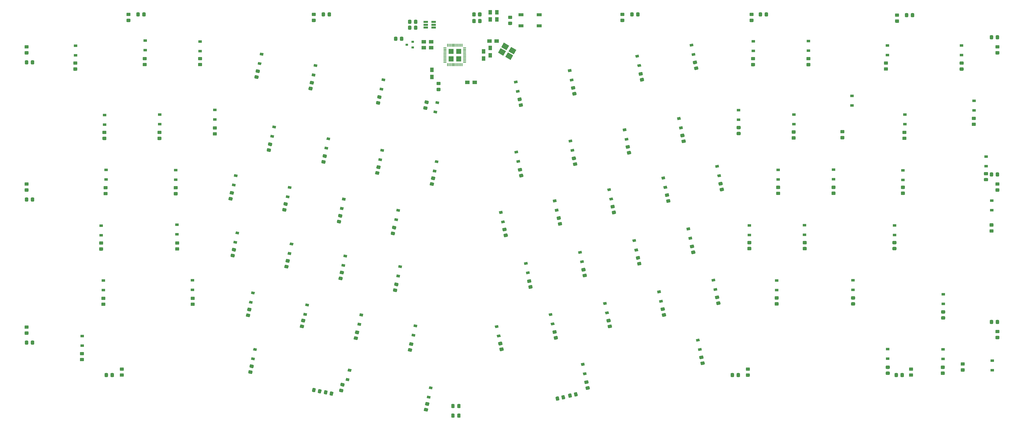
<source format=gbp>
G04 #@! TF.GenerationSoftware,KiCad,Pcbnew,(5.1.9-0-10_14)*
G04 #@! TF.CreationDate,2021-10-06T08:57:29-07:00*
G04 #@! TF.ProjectId,adelheid,6164656c-6865-4696-942e-6b696361645f,2.0*
G04 #@! TF.SameCoordinates,Original*
G04 #@! TF.FileFunction,Paste,Bot*
G04 #@! TF.FilePolarity,Positive*
%FSLAX46Y46*%
G04 Gerber Fmt 4.6, Leading zero omitted, Abs format (unit mm)*
G04 Created by KiCad (PCBNEW (5.1.9-0-10_14)) date 2021-10-06 08:57:29*
%MOMM*%
%LPD*%
G01*
G04 APERTURE LIST*
%ADD10C,0.010000*%
%ADD11C,0.100000*%
%ADD12R,0.900000X0.800000*%
%ADD13R,1.200000X0.900000*%
%ADD14R,1.250000X1.500000*%
%ADD15R,1.500000X1.250000*%
%ADD16R,1.700000X1.000000*%
%ADD17R,1.560000X0.650000*%
G04 APERTURE END LIST*
D10*
G36*
X175740000Y-41374000D02*
G01*
X175740000Y-43014000D01*
X177380000Y-43014000D01*
X177380000Y-41374000D01*
X175740000Y-41374000D01*
G37*
X175740000Y-41374000D02*
X175740000Y-43014000D01*
X177380000Y-43014000D01*
X177380000Y-41374000D01*
X175740000Y-41374000D01*
G36*
X175740000Y-38774000D02*
G01*
X175740000Y-40414000D01*
X177380000Y-40414000D01*
X177380000Y-38774000D01*
X175740000Y-38774000D01*
G37*
X175740000Y-38774000D02*
X175740000Y-40414000D01*
X177380000Y-40414000D01*
X177380000Y-38774000D01*
X175740000Y-38774000D01*
G36*
X173140000Y-41374000D02*
G01*
X173140000Y-43014000D01*
X174780000Y-43014000D01*
X174780000Y-41374000D01*
X173140000Y-41374000D01*
G37*
X173140000Y-41374000D02*
X173140000Y-43014000D01*
X174780000Y-43014000D01*
X174780000Y-41374000D01*
X173140000Y-41374000D01*
G36*
X173140000Y-38774000D02*
G01*
X173140000Y-40414000D01*
X174780000Y-40414000D01*
X174780000Y-38774000D01*
X173140000Y-38774000D01*
G37*
X173140000Y-38774000D02*
X173140000Y-40414000D01*
X174780000Y-40414000D01*
X174780000Y-38774000D01*
X173140000Y-38774000D01*
G36*
G01*
X172637800Y-43749000D02*
X172882200Y-43749000D01*
G75*
G02*
X172890000Y-43756800I0J-7800D01*
G01*
X172890000Y-44751200D01*
G75*
G02*
X172882200Y-44759000I-7800J0D01*
G01*
X172637800Y-44759000D01*
G75*
G02*
X172630000Y-44751200I0J7800D01*
G01*
X172630000Y-43756800D01*
G75*
G02*
X172637800Y-43749000I7800J0D01*
G01*
G37*
G36*
G01*
X173137800Y-43749000D02*
X173382200Y-43749000D01*
G75*
G02*
X173390000Y-43756800I0J-7800D01*
G01*
X173390000Y-44751200D01*
G75*
G02*
X173382200Y-44759000I-7800J0D01*
G01*
X173137800Y-44759000D01*
G75*
G02*
X173130000Y-44751200I0J7800D01*
G01*
X173130000Y-43756800D01*
G75*
G02*
X173137800Y-43749000I7800J0D01*
G01*
G37*
G36*
G01*
X173637800Y-43749000D02*
X173882200Y-43749000D01*
G75*
G02*
X173890000Y-43756800I0J-7800D01*
G01*
X173890000Y-44751200D01*
G75*
G02*
X173882200Y-44759000I-7800J0D01*
G01*
X173637800Y-44759000D01*
G75*
G02*
X173630000Y-44751200I0J7800D01*
G01*
X173630000Y-43756800D01*
G75*
G02*
X173637800Y-43749000I7800J0D01*
G01*
G37*
G36*
G01*
X174137800Y-43749000D02*
X174382200Y-43749000D01*
G75*
G02*
X174390000Y-43756800I0J-7800D01*
G01*
X174390000Y-44751200D01*
G75*
G02*
X174382200Y-44759000I-7800J0D01*
G01*
X174137800Y-44759000D01*
G75*
G02*
X174130000Y-44751200I0J7800D01*
G01*
X174130000Y-43756800D01*
G75*
G02*
X174137800Y-43749000I7800J0D01*
G01*
G37*
G36*
G01*
X174637800Y-43749000D02*
X174882200Y-43749000D01*
G75*
G02*
X174890000Y-43756800I0J-7800D01*
G01*
X174890000Y-44751200D01*
G75*
G02*
X174882200Y-44759000I-7800J0D01*
G01*
X174637800Y-44759000D01*
G75*
G02*
X174630000Y-44751200I0J7800D01*
G01*
X174630000Y-43756800D01*
G75*
G02*
X174637800Y-43749000I7800J0D01*
G01*
G37*
G36*
G01*
X175137800Y-43749000D02*
X175382200Y-43749000D01*
G75*
G02*
X175390000Y-43756800I0J-7800D01*
G01*
X175390000Y-44751200D01*
G75*
G02*
X175382200Y-44759000I-7800J0D01*
G01*
X175137800Y-44759000D01*
G75*
G02*
X175130000Y-44751200I0J7800D01*
G01*
X175130000Y-43756800D01*
G75*
G02*
X175137800Y-43749000I7800J0D01*
G01*
G37*
G36*
G01*
X175637800Y-43749000D02*
X175882200Y-43749000D01*
G75*
G02*
X175890000Y-43756800I0J-7800D01*
G01*
X175890000Y-44751200D01*
G75*
G02*
X175882200Y-44759000I-7800J0D01*
G01*
X175637800Y-44759000D01*
G75*
G02*
X175630000Y-44751200I0J7800D01*
G01*
X175630000Y-43756800D01*
G75*
G02*
X175637800Y-43749000I7800J0D01*
G01*
G37*
G36*
G01*
X176137800Y-43749000D02*
X176382200Y-43749000D01*
G75*
G02*
X176390000Y-43756800I0J-7800D01*
G01*
X176390000Y-44751200D01*
G75*
G02*
X176382200Y-44759000I-7800J0D01*
G01*
X176137800Y-44759000D01*
G75*
G02*
X176130000Y-44751200I0J7800D01*
G01*
X176130000Y-43756800D01*
G75*
G02*
X176137800Y-43749000I7800J0D01*
G01*
G37*
G36*
G01*
X176637800Y-43749000D02*
X176882200Y-43749000D01*
G75*
G02*
X176890000Y-43756800I0J-7800D01*
G01*
X176890000Y-44751200D01*
G75*
G02*
X176882200Y-44759000I-7800J0D01*
G01*
X176637800Y-44759000D01*
G75*
G02*
X176630000Y-44751200I0J7800D01*
G01*
X176630000Y-43756800D01*
G75*
G02*
X176637800Y-43749000I7800J0D01*
G01*
G37*
G36*
G01*
X177137800Y-43749000D02*
X177382200Y-43749000D01*
G75*
G02*
X177390000Y-43756800I0J-7800D01*
G01*
X177390000Y-44751200D01*
G75*
G02*
X177382200Y-44759000I-7800J0D01*
G01*
X177137800Y-44759000D01*
G75*
G02*
X177130000Y-44751200I0J7800D01*
G01*
X177130000Y-43756800D01*
G75*
G02*
X177137800Y-43749000I7800J0D01*
G01*
G37*
G36*
G01*
X177637800Y-43749000D02*
X177882200Y-43749000D01*
G75*
G02*
X177890000Y-43756800I0J-7800D01*
G01*
X177890000Y-44751200D01*
G75*
G02*
X177882200Y-44759000I-7800J0D01*
G01*
X177637800Y-44759000D01*
G75*
G02*
X177630000Y-44751200I0J7800D01*
G01*
X177630000Y-43756800D01*
G75*
G02*
X177637800Y-43749000I7800J0D01*
G01*
G37*
G36*
G01*
X177637800Y-37029000D02*
X177882200Y-37029000D01*
G75*
G02*
X177890000Y-37036800I0J-7800D01*
G01*
X177890000Y-38031200D01*
G75*
G02*
X177882200Y-38039000I-7800J0D01*
G01*
X177637800Y-38039000D01*
G75*
G02*
X177630000Y-38031200I0J7800D01*
G01*
X177630000Y-37036800D01*
G75*
G02*
X177637800Y-37029000I7800J0D01*
G01*
G37*
G36*
G01*
X177137800Y-37029000D02*
X177382200Y-37029000D01*
G75*
G02*
X177390000Y-37036800I0J-7800D01*
G01*
X177390000Y-38031200D01*
G75*
G02*
X177382200Y-38039000I-7800J0D01*
G01*
X177137800Y-38039000D01*
G75*
G02*
X177130000Y-38031200I0J7800D01*
G01*
X177130000Y-37036800D01*
G75*
G02*
X177137800Y-37029000I7800J0D01*
G01*
G37*
G36*
G01*
X176637800Y-37029000D02*
X176882200Y-37029000D01*
G75*
G02*
X176890000Y-37036800I0J-7800D01*
G01*
X176890000Y-38031200D01*
G75*
G02*
X176882200Y-38039000I-7800J0D01*
G01*
X176637800Y-38039000D01*
G75*
G02*
X176630000Y-38031200I0J7800D01*
G01*
X176630000Y-37036800D01*
G75*
G02*
X176637800Y-37029000I7800J0D01*
G01*
G37*
G36*
G01*
X176137800Y-37029000D02*
X176382200Y-37029000D01*
G75*
G02*
X176390000Y-37036800I0J-7800D01*
G01*
X176390000Y-38031200D01*
G75*
G02*
X176382200Y-38039000I-7800J0D01*
G01*
X176137800Y-38039000D01*
G75*
G02*
X176130000Y-38031200I0J7800D01*
G01*
X176130000Y-37036800D01*
G75*
G02*
X176137800Y-37029000I7800J0D01*
G01*
G37*
G36*
G01*
X175637800Y-37029000D02*
X175882200Y-37029000D01*
G75*
G02*
X175890000Y-37036800I0J-7800D01*
G01*
X175890000Y-38031200D01*
G75*
G02*
X175882200Y-38039000I-7800J0D01*
G01*
X175637800Y-38039000D01*
G75*
G02*
X175630000Y-38031200I0J7800D01*
G01*
X175630000Y-37036800D01*
G75*
G02*
X175637800Y-37029000I7800J0D01*
G01*
G37*
G36*
G01*
X175137800Y-37029000D02*
X175382200Y-37029000D01*
G75*
G02*
X175390000Y-37036800I0J-7800D01*
G01*
X175390000Y-38031200D01*
G75*
G02*
X175382200Y-38039000I-7800J0D01*
G01*
X175137800Y-38039000D01*
G75*
G02*
X175130000Y-38031200I0J7800D01*
G01*
X175130000Y-37036800D01*
G75*
G02*
X175137800Y-37029000I7800J0D01*
G01*
G37*
G36*
G01*
X174637800Y-37029000D02*
X174882200Y-37029000D01*
G75*
G02*
X174890000Y-37036800I0J-7800D01*
G01*
X174890000Y-38031200D01*
G75*
G02*
X174882200Y-38039000I-7800J0D01*
G01*
X174637800Y-38039000D01*
G75*
G02*
X174630000Y-38031200I0J7800D01*
G01*
X174630000Y-37036800D01*
G75*
G02*
X174637800Y-37029000I7800J0D01*
G01*
G37*
G36*
G01*
X174137800Y-37029000D02*
X174382200Y-37029000D01*
G75*
G02*
X174390000Y-37036800I0J-7800D01*
G01*
X174390000Y-38031200D01*
G75*
G02*
X174382200Y-38039000I-7800J0D01*
G01*
X174137800Y-38039000D01*
G75*
G02*
X174130000Y-38031200I0J7800D01*
G01*
X174130000Y-37036800D01*
G75*
G02*
X174137800Y-37029000I7800J0D01*
G01*
G37*
G36*
G01*
X173637800Y-37029000D02*
X173882200Y-37029000D01*
G75*
G02*
X173890000Y-37036800I0J-7800D01*
G01*
X173890000Y-38031200D01*
G75*
G02*
X173882200Y-38039000I-7800J0D01*
G01*
X173637800Y-38039000D01*
G75*
G02*
X173630000Y-38031200I0J7800D01*
G01*
X173630000Y-37036800D01*
G75*
G02*
X173637800Y-37029000I7800J0D01*
G01*
G37*
G36*
G01*
X173137800Y-37029000D02*
X173382200Y-37029000D01*
G75*
G02*
X173390000Y-37036800I0J-7800D01*
G01*
X173390000Y-38031200D01*
G75*
G02*
X173382200Y-38039000I-7800J0D01*
G01*
X173137800Y-38039000D01*
G75*
G02*
X173130000Y-38031200I0J7800D01*
G01*
X173130000Y-37036800D01*
G75*
G02*
X173137800Y-37029000I7800J0D01*
G01*
G37*
G36*
G01*
X172637800Y-37029000D02*
X172882200Y-37029000D01*
G75*
G02*
X172890000Y-37036800I0J-7800D01*
G01*
X172890000Y-38031200D01*
G75*
G02*
X172882200Y-38039000I-7800J0D01*
G01*
X172637800Y-38039000D01*
G75*
G02*
X172630000Y-38031200I0J7800D01*
G01*
X172630000Y-37036800D01*
G75*
G02*
X172637800Y-37029000I7800J0D01*
G01*
G37*
G36*
G01*
X171428800Y-38264000D02*
X172371200Y-38264000D01*
G75*
G02*
X172405000Y-38297800I0J-33800D01*
G01*
X172405000Y-38490200D01*
G75*
G02*
X172371200Y-38524000I-33800J0D01*
G01*
X171428800Y-38524000D01*
G75*
G02*
X171395000Y-38490200I0J33800D01*
G01*
X171395000Y-38297800D01*
G75*
G02*
X171428800Y-38264000I33800J0D01*
G01*
G37*
G36*
G01*
X171428800Y-38764000D02*
X172371200Y-38764000D01*
G75*
G02*
X172405000Y-38797800I0J-33800D01*
G01*
X172405000Y-38990200D01*
G75*
G02*
X172371200Y-39024000I-33800J0D01*
G01*
X171428800Y-39024000D01*
G75*
G02*
X171395000Y-38990200I0J33800D01*
G01*
X171395000Y-38797800D01*
G75*
G02*
X171428800Y-38764000I33800J0D01*
G01*
G37*
G36*
G01*
X171428800Y-39264000D02*
X172371200Y-39264000D01*
G75*
G02*
X172405000Y-39297800I0J-33800D01*
G01*
X172405000Y-39490200D01*
G75*
G02*
X172371200Y-39524000I-33800J0D01*
G01*
X171428800Y-39524000D01*
G75*
G02*
X171395000Y-39490200I0J33800D01*
G01*
X171395000Y-39297800D01*
G75*
G02*
X171428800Y-39264000I33800J0D01*
G01*
G37*
G36*
G01*
X171428800Y-39764000D02*
X172371200Y-39764000D01*
G75*
G02*
X172405000Y-39797800I0J-33800D01*
G01*
X172405000Y-39990200D01*
G75*
G02*
X172371200Y-40024000I-33800J0D01*
G01*
X171428800Y-40024000D01*
G75*
G02*
X171395000Y-39990200I0J33800D01*
G01*
X171395000Y-39797800D01*
G75*
G02*
X171428800Y-39764000I33800J0D01*
G01*
G37*
G36*
G01*
X171428800Y-40264000D02*
X172371200Y-40264000D01*
G75*
G02*
X172405000Y-40297800I0J-33800D01*
G01*
X172405000Y-40490200D01*
G75*
G02*
X172371200Y-40524000I-33800J0D01*
G01*
X171428800Y-40524000D01*
G75*
G02*
X171395000Y-40490200I0J33800D01*
G01*
X171395000Y-40297800D01*
G75*
G02*
X171428800Y-40264000I33800J0D01*
G01*
G37*
G36*
G01*
X171428800Y-40764000D02*
X172371200Y-40764000D01*
G75*
G02*
X172405000Y-40797800I0J-33800D01*
G01*
X172405000Y-40990200D01*
G75*
G02*
X172371200Y-41024000I-33800J0D01*
G01*
X171428800Y-41024000D01*
G75*
G02*
X171395000Y-40990200I0J33800D01*
G01*
X171395000Y-40797800D01*
G75*
G02*
X171428800Y-40764000I33800J0D01*
G01*
G37*
G36*
G01*
X171428800Y-41264000D02*
X172371200Y-41264000D01*
G75*
G02*
X172405000Y-41297800I0J-33800D01*
G01*
X172405000Y-41490200D01*
G75*
G02*
X172371200Y-41524000I-33800J0D01*
G01*
X171428800Y-41524000D01*
G75*
G02*
X171395000Y-41490200I0J33800D01*
G01*
X171395000Y-41297800D01*
G75*
G02*
X171428800Y-41264000I33800J0D01*
G01*
G37*
G36*
G01*
X171428800Y-41764000D02*
X172371200Y-41764000D01*
G75*
G02*
X172405000Y-41797800I0J-33800D01*
G01*
X172405000Y-41990200D01*
G75*
G02*
X172371200Y-42024000I-33800J0D01*
G01*
X171428800Y-42024000D01*
G75*
G02*
X171395000Y-41990200I0J33800D01*
G01*
X171395000Y-41797800D01*
G75*
G02*
X171428800Y-41764000I33800J0D01*
G01*
G37*
G36*
G01*
X171428800Y-42264000D02*
X172371200Y-42264000D01*
G75*
G02*
X172405000Y-42297800I0J-33800D01*
G01*
X172405000Y-42490200D01*
G75*
G02*
X172371200Y-42524000I-33800J0D01*
G01*
X171428800Y-42524000D01*
G75*
G02*
X171395000Y-42490200I0J33800D01*
G01*
X171395000Y-42297800D01*
G75*
G02*
X171428800Y-42264000I33800J0D01*
G01*
G37*
G36*
G01*
X171428800Y-42764000D02*
X172371200Y-42764000D01*
G75*
G02*
X172405000Y-42797800I0J-33800D01*
G01*
X172405000Y-42990200D01*
G75*
G02*
X172371200Y-43024000I-33800J0D01*
G01*
X171428800Y-43024000D01*
G75*
G02*
X171395000Y-42990200I0J33800D01*
G01*
X171395000Y-42797800D01*
G75*
G02*
X171428800Y-42764000I33800J0D01*
G01*
G37*
G36*
G01*
X171428800Y-43264000D02*
X172371200Y-43264000D01*
G75*
G02*
X172405000Y-43297800I0J-33800D01*
G01*
X172405000Y-43490200D01*
G75*
G02*
X172371200Y-43524000I-33800J0D01*
G01*
X171428800Y-43524000D01*
G75*
G02*
X171395000Y-43490200I0J33800D01*
G01*
X171395000Y-43297800D01*
G75*
G02*
X171428800Y-43264000I33800J0D01*
G01*
G37*
G36*
G01*
X178148800Y-43264000D02*
X179091200Y-43264000D01*
G75*
G02*
X179125000Y-43297800I0J-33800D01*
G01*
X179125000Y-43490200D01*
G75*
G02*
X179091200Y-43524000I-33800J0D01*
G01*
X178148800Y-43524000D01*
G75*
G02*
X178115000Y-43490200I0J33800D01*
G01*
X178115000Y-43297800D01*
G75*
G02*
X178148800Y-43264000I33800J0D01*
G01*
G37*
G36*
G01*
X178148800Y-42764000D02*
X179091200Y-42764000D01*
G75*
G02*
X179125000Y-42797800I0J-33800D01*
G01*
X179125000Y-42990200D01*
G75*
G02*
X179091200Y-43024000I-33800J0D01*
G01*
X178148800Y-43024000D01*
G75*
G02*
X178115000Y-42990200I0J33800D01*
G01*
X178115000Y-42797800D01*
G75*
G02*
X178148800Y-42764000I33800J0D01*
G01*
G37*
G36*
G01*
X178148800Y-42264000D02*
X179091200Y-42264000D01*
G75*
G02*
X179125000Y-42297800I0J-33800D01*
G01*
X179125000Y-42490200D01*
G75*
G02*
X179091200Y-42524000I-33800J0D01*
G01*
X178148800Y-42524000D01*
G75*
G02*
X178115000Y-42490200I0J33800D01*
G01*
X178115000Y-42297800D01*
G75*
G02*
X178148800Y-42264000I33800J0D01*
G01*
G37*
G36*
G01*
X178148800Y-41764000D02*
X179091200Y-41764000D01*
G75*
G02*
X179125000Y-41797800I0J-33800D01*
G01*
X179125000Y-41990200D01*
G75*
G02*
X179091200Y-42024000I-33800J0D01*
G01*
X178148800Y-42024000D01*
G75*
G02*
X178115000Y-41990200I0J33800D01*
G01*
X178115000Y-41797800D01*
G75*
G02*
X178148800Y-41764000I33800J0D01*
G01*
G37*
G36*
G01*
X178148800Y-41264000D02*
X179091200Y-41264000D01*
G75*
G02*
X179125000Y-41297800I0J-33800D01*
G01*
X179125000Y-41490200D01*
G75*
G02*
X179091200Y-41524000I-33800J0D01*
G01*
X178148800Y-41524000D01*
G75*
G02*
X178115000Y-41490200I0J33800D01*
G01*
X178115000Y-41297800D01*
G75*
G02*
X178148800Y-41264000I33800J0D01*
G01*
G37*
G36*
G01*
X178148800Y-40764000D02*
X179091200Y-40764000D01*
G75*
G02*
X179125000Y-40797800I0J-33800D01*
G01*
X179125000Y-40990200D01*
G75*
G02*
X179091200Y-41024000I-33800J0D01*
G01*
X178148800Y-41024000D01*
G75*
G02*
X178115000Y-40990200I0J33800D01*
G01*
X178115000Y-40797800D01*
G75*
G02*
X178148800Y-40764000I33800J0D01*
G01*
G37*
G36*
G01*
X178148800Y-40264000D02*
X179091200Y-40264000D01*
G75*
G02*
X179125000Y-40297800I0J-33800D01*
G01*
X179125000Y-40490200D01*
G75*
G02*
X179091200Y-40524000I-33800J0D01*
G01*
X178148800Y-40524000D01*
G75*
G02*
X178115000Y-40490200I0J33800D01*
G01*
X178115000Y-40297800D01*
G75*
G02*
X178148800Y-40264000I33800J0D01*
G01*
G37*
G36*
G01*
X178148800Y-39764000D02*
X179091200Y-39764000D01*
G75*
G02*
X179125000Y-39797800I0J-33800D01*
G01*
X179125000Y-39990200D01*
G75*
G02*
X179091200Y-40024000I-33800J0D01*
G01*
X178148800Y-40024000D01*
G75*
G02*
X178115000Y-39990200I0J33800D01*
G01*
X178115000Y-39797800D01*
G75*
G02*
X178148800Y-39764000I33800J0D01*
G01*
G37*
G36*
G01*
X178148800Y-39264000D02*
X179091200Y-39264000D01*
G75*
G02*
X179125000Y-39297800I0J-33800D01*
G01*
X179125000Y-39490200D01*
G75*
G02*
X179091200Y-39524000I-33800J0D01*
G01*
X178148800Y-39524000D01*
G75*
G02*
X178115000Y-39490200I0J33800D01*
G01*
X178115000Y-39297800D01*
G75*
G02*
X178148800Y-39264000I33800J0D01*
G01*
G37*
G36*
G01*
X178148800Y-38764000D02*
X179091200Y-38764000D01*
G75*
G02*
X179125000Y-38797800I0J-33800D01*
G01*
X179125000Y-38990200D01*
G75*
G02*
X179091200Y-39024000I-33800J0D01*
G01*
X178148800Y-39024000D01*
G75*
G02*
X178115000Y-38990200I0J33800D01*
G01*
X178115000Y-38797800D01*
G75*
G02*
X178148800Y-38764000I33800J0D01*
G01*
G37*
G36*
G01*
X178148800Y-38264000D02*
X179091200Y-38264000D01*
G75*
G02*
X179125000Y-38297800I0J-33800D01*
G01*
X179125000Y-38490200D01*
G75*
G02*
X179091200Y-38524000I-33800J0D01*
G01*
X178148800Y-38524000D01*
G75*
G02*
X178115000Y-38490200I0J33800D01*
G01*
X178115000Y-38297800D01*
G75*
G02*
X178148800Y-38264000I33800J0D01*
G01*
G37*
G36*
G01*
X183280000Y-29660001D02*
X183280000Y-28759999D01*
G75*
G02*
X183529999Y-28510000I249999J0D01*
G01*
X184230001Y-28510000D01*
G75*
G02*
X184480000Y-28759999I0J-249999D01*
G01*
X184480000Y-29660001D01*
G75*
G02*
X184230001Y-29910000I-249999J0D01*
G01*
X183529999Y-29910000D01*
G75*
G02*
X183280000Y-29660001I0J249999D01*
G01*
G37*
G36*
G01*
X181280000Y-29660001D02*
X181280000Y-28759999D01*
G75*
G02*
X181529999Y-28510000I249999J0D01*
G01*
X182230001Y-28510000D01*
G75*
G02*
X182480000Y-28759999I0J-249999D01*
G01*
X182480000Y-29660001D01*
G75*
G02*
X182230001Y-29910000I-249999J0D01*
G01*
X181529999Y-29910000D01*
G75*
G02*
X181280000Y-29660001I0J249999D01*
G01*
G37*
G36*
G01*
X183264000Y-27374001D02*
X183264000Y-26473999D01*
G75*
G02*
X183513999Y-26224000I249999J0D01*
G01*
X184214001Y-26224000D01*
G75*
G02*
X184464000Y-26473999I0J-249999D01*
G01*
X184464000Y-27374001D01*
G75*
G02*
X184214001Y-27624000I-249999J0D01*
G01*
X183513999Y-27624000D01*
G75*
G02*
X183264000Y-27374001I0J249999D01*
G01*
G37*
G36*
G01*
X181264000Y-27374001D02*
X181264000Y-26473999D01*
G75*
G02*
X181513999Y-26224000I249999J0D01*
G01*
X182214001Y-26224000D01*
G75*
G02*
X182464000Y-26473999I0J-249999D01*
G01*
X182464000Y-27374001D01*
G75*
G02*
X182214001Y-27624000I-249999J0D01*
G01*
X181513999Y-27624000D01*
G75*
G02*
X181264000Y-27374001I0J249999D01*
G01*
G37*
G36*
G01*
X191502389Y-140773308D02*
X190622054Y-140960429D01*
G75*
G02*
X190325540Y-140767871I-51978J244536D01*
G01*
X190180001Y-140083166D01*
G75*
G02*
X190372559Y-139786652I244536J51978D01*
G01*
X191252894Y-139599531D01*
G75*
G02*
X191549408Y-139792089I51978J-244536D01*
G01*
X191694947Y-140476794D01*
G75*
G02*
X191502389Y-140773308I-244536J-51978D01*
G01*
G37*
G36*
G01*
X191918213Y-142729604D02*
X191037878Y-142916725D01*
G75*
G02*
X190741364Y-142724167I-51978J244536D01*
G01*
X190595825Y-142039462D01*
G75*
G02*
X190788383Y-141742948I244536J51978D01*
G01*
X191668718Y-141555827D01*
G75*
G02*
X191965232Y-141748385I51978J-244536D01*
G01*
X192110771Y-142433090D01*
G75*
G02*
X191918213Y-142729604I-244536J-51978D01*
G01*
G37*
D11*
G36*
X190373780Y-134742163D02*
G01*
X189200003Y-134991657D01*
X189012882Y-134111325D01*
X190186659Y-133861831D01*
X190373780Y-134742163D01*
G37*
G36*
X191059888Y-137970051D02*
G01*
X189886111Y-138219545D01*
X189698990Y-137339213D01*
X190872767Y-137089719D01*
X191059888Y-137970051D01*
G37*
G36*
G01*
X63442001Y-27499000D02*
X62541999Y-27499000D01*
G75*
G02*
X62292000Y-27249001I0J249999D01*
G01*
X62292000Y-26598999D01*
G75*
G02*
X62541999Y-26349000I249999J0D01*
G01*
X63442001Y-26349000D01*
G75*
G02*
X63692000Y-26598999I0J-249999D01*
G01*
X63692000Y-27249001D01*
G75*
G02*
X63442001Y-27499000I-249999J0D01*
G01*
G37*
G36*
G01*
X63442001Y-29549000D02*
X62541999Y-29549000D01*
G75*
G02*
X62292000Y-29299001I0J249999D01*
G01*
X62292000Y-28648999D01*
G75*
G02*
X62541999Y-28399000I249999J0D01*
G01*
X63442001Y-28399000D01*
G75*
G02*
X63692000Y-28648999I0J-249999D01*
G01*
X63692000Y-29299001D01*
G75*
G02*
X63442001Y-29549000I-249999J0D01*
G01*
G37*
G36*
G01*
X127196001Y-27490000D02*
X126295999Y-27490000D01*
G75*
G02*
X126046000Y-27240001I0J249999D01*
G01*
X126046000Y-26589999D01*
G75*
G02*
X126295999Y-26340000I249999J0D01*
G01*
X127196001Y-26340000D01*
G75*
G02*
X127446000Y-26589999I0J-249999D01*
G01*
X127446000Y-27240001D01*
G75*
G02*
X127196001Y-27490000I-249999J0D01*
G01*
G37*
G36*
G01*
X127196001Y-29540000D02*
X126295999Y-29540000D01*
G75*
G02*
X126046000Y-29290001I0J249999D01*
G01*
X126046000Y-28639999D01*
G75*
G02*
X126295999Y-28390000I249999J0D01*
G01*
X127196001Y-28390000D01*
G75*
G02*
X127446000Y-28639999I0J-249999D01*
G01*
X127446000Y-29290001D01*
G75*
G02*
X127196001Y-29540000I-249999J0D01*
G01*
G37*
G36*
G01*
X327865001Y-27744000D02*
X326964999Y-27744000D01*
G75*
G02*
X326715000Y-27494001I0J249999D01*
G01*
X326715000Y-26843999D01*
G75*
G02*
X326964999Y-26594000I249999J0D01*
G01*
X327865001Y-26594000D01*
G75*
G02*
X328115000Y-26843999I0J-249999D01*
G01*
X328115000Y-27494001D01*
G75*
G02*
X327865001Y-27744000I-249999J0D01*
G01*
G37*
G36*
G01*
X327865001Y-29794000D02*
X326964999Y-29794000D01*
G75*
G02*
X326715000Y-29544001I0J249999D01*
G01*
X326715000Y-28893999D01*
G75*
G02*
X326964999Y-28644000I249999J0D01*
G01*
X327865001Y-28644000D01*
G75*
G02*
X328115000Y-28893999I0J-249999D01*
G01*
X328115000Y-29544001D01*
G75*
G02*
X327865001Y-29794000I-249999J0D01*
G01*
G37*
G36*
G01*
X277818001Y-27490000D02*
X276917999Y-27490000D01*
G75*
G02*
X276668000Y-27240001I0J249999D01*
G01*
X276668000Y-26589999D01*
G75*
G02*
X276917999Y-26340000I249999J0D01*
G01*
X277818001Y-26340000D01*
G75*
G02*
X278068000Y-26589999I0J-249999D01*
G01*
X278068000Y-27240001D01*
G75*
G02*
X277818001Y-27490000I-249999J0D01*
G01*
G37*
G36*
G01*
X277818001Y-29540000D02*
X276917999Y-29540000D01*
G75*
G02*
X276668000Y-29290001I0J249999D01*
G01*
X276668000Y-28639999D01*
G75*
G02*
X276917999Y-28390000I249999J0D01*
G01*
X277818001Y-28390000D01*
G75*
G02*
X278068000Y-28639999I0J-249999D01*
G01*
X278068000Y-29290001D01*
G75*
G02*
X277818001Y-29540000I-249999J0D01*
G01*
G37*
G36*
G01*
X233368001Y-27490000D02*
X232467999Y-27490000D01*
G75*
G02*
X232218000Y-27240001I0J249999D01*
G01*
X232218000Y-26589999D01*
G75*
G02*
X232467999Y-26340000I249999J0D01*
G01*
X233368001Y-26340000D01*
G75*
G02*
X233618000Y-26589999I0J-249999D01*
G01*
X233618000Y-27240001D01*
G75*
G02*
X233368001Y-27490000I-249999J0D01*
G01*
G37*
G36*
G01*
X233368001Y-29540000D02*
X232467999Y-29540000D01*
G75*
G02*
X232218000Y-29290001I0J249999D01*
G01*
X232218000Y-28639999D01*
G75*
G02*
X232467999Y-28390000I249999J0D01*
G01*
X233368001Y-28390000D01*
G75*
G02*
X233618000Y-28639999I0J-249999D01*
G01*
X233618000Y-29290001D01*
G75*
G02*
X233368001Y-29540000I-249999J0D01*
G01*
G37*
G36*
G01*
X361375000Y-35248001D02*
X361375000Y-34347999D01*
G75*
G02*
X361624999Y-34098000I249999J0D01*
G01*
X362275001Y-34098000D01*
G75*
G02*
X362525000Y-34347999I0J-249999D01*
G01*
X362525000Y-35248001D01*
G75*
G02*
X362275001Y-35498000I-249999J0D01*
G01*
X361624999Y-35498000D01*
G75*
G02*
X361375000Y-35248001I0J249999D01*
G01*
G37*
G36*
G01*
X359325000Y-35248001D02*
X359325000Y-34347999D01*
G75*
G02*
X359574999Y-34098000I249999J0D01*
G01*
X360225001Y-34098000D01*
G75*
G02*
X360475000Y-34347999I0J-249999D01*
G01*
X360475000Y-35248001D01*
G75*
G02*
X360225001Y-35498000I-249999J0D01*
G01*
X359574999Y-35498000D01*
G75*
G02*
X359325000Y-35248001I0J249999D01*
G01*
G37*
G36*
G01*
X361375000Y-82492001D02*
X361375000Y-81591999D01*
G75*
G02*
X361624999Y-81342000I249999J0D01*
G01*
X362275001Y-81342000D01*
G75*
G02*
X362525000Y-81591999I0J-249999D01*
G01*
X362525000Y-82492001D01*
G75*
G02*
X362275001Y-82742000I-249999J0D01*
G01*
X361624999Y-82742000D01*
G75*
G02*
X361375000Y-82492001I0J249999D01*
G01*
G37*
G36*
G01*
X359325000Y-82492001D02*
X359325000Y-81591999D01*
G75*
G02*
X359574999Y-81342000I249999J0D01*
G01*
X360225001Y-81342000D01*
G75*
G02*
X360475000Y-81591999I0J-249999D01*
G01*
X360475000Y-82492001D01*
G75*
G02*
X360225001Y-82742000I-249999J0D01*
G01*
X359574999Y-82742000D01*
G75*
G02*
X359325000Y-82492001I0J249999D01*
G01*
G37*
G36*
G01*
X361375000Y-133292001D02*
X361375000Y-132391999D01*
G75*
G02*
X361624999Y-132142000I249999J0D01*
G01*
X362275001Y-132142000D01*
G75*
G02*
X362525000Y-132391999I0J-249999D01*
G01*
X362525000Y-133292001D01*
G75*
G02*
X362275001Y-133542000I-249999J0D01*
G01*
X361624999Y-133542000D01*
G75*
G02*
X361375000Y-133292001I0J249999D01*
G01*
G37*
G36*
G01*
X359325000Y-133292001D02*
X359325000Y-132391999D01*
G75*
G02*
X359574999Y-132142000I249999J0D01*
G01*
X360225001Y-132142000D01*
G75*
G02*
X360475000Y-132391999I0J-249999D01*
G01*
X360475000Y-133292001D01*
G75*
G02*
X360225001Y-133542000I-249999J0D01*
G01*
X359574999Y-133542000D01*
G75*
G02*
X359325000Y-133292001I0J249999D01*
G01*
G37*
G36*
G01*
X331781999Y-150555000D02*
X332682001Y-150555000D01*
G75*
G02*
X332932000Y-150804999I0J-249999D01*
G01*
X332932000Y-151455001D01*
G75*
G02*
X332682001Y-151705000I-249999J0D01*
G01*
X331781999Y-151705000D01*
G75*
G02*
X331532000Y-151455001I0J249999D01*
G01*
X331532000Y-150804999D01*
G75*
G02*
X331781999Y-150555000I249999J0D01*
G01*
G37*
G36*
G01*
X331781999Y-148505000D02*
X332682001Y-148505000D01*
G75*
G02*
X332932000Y-148754999I0J-249999D01*
G01*
X332932000Y-149405001D01*
G75*
G02*
X332682001Y-149655000I-249999J0D01*
G01*
X331781999Y-149655000D01*
G75*
G02*
X331532000Y-149405001I0J249999D01*
G01*
X331532000Y-148754999D01*
G75*
G02*
X331781999Y-148505000I249999J0D01*
G01*
G37*
G36*
G01*
X275647999Y-150564000D02*
X276548001Y-150564000D01*
G75*
G02*
X276798000Y-150813999I0J-249999D01*
G01*
X276798000Y-151464001D01*
G75*
G02*
X276548001Y-151714000I-249999J0D01*
G01*
X275647999Y-151714000D01*
G75*
G02*
X275398000Y-151464001I0J249999D01*
G01*
X275398000Y-150813999D01*
G75*
G02*
X275647999Y-150564000I249999J0D01*
G01*
G37*
G36*
G01*
X275647999Y-148514000D02*
X276548001Y-148514000D01*
G75*
G02*
X276798000Y-148763999I0J-249999D01*
G01*
X276798000Y-149414001D01*
G75*
G02*
X276548001Y-149664000I-249999J0D01*
G01*
X275647999Y-149664000D01*
G75*
G02*
X275398000Y-149414001I0J249999D01*
G01*
X275398000Y-148763999D01*
G75*
G02*
X275647999Y-148514000I249999J0D01*
G01*
G37*
G36*
G01*
X215366273Y-157641392D02*
X215553394Y-158521727D01*
G75*
G02*
X215360836Y-158818241I-244536J-51978D01*
G01*
X214725039Y-158953384D01*
G75*
G02*
X214428525Y-158760826I-51978J244536D01*
G01*
X214241404Y-157880491D01*
G75*
G02*
X214433962Y-157583977I244536J51978D01*
G01*
X215069759Y-157448834D01*
G75*
G02*
X215366273Y-157641392I51978J-244536D01*
G01*
G37*
G36*
G01*
X217371475Y-157215174D02*
X217558596Y-158095509D01*
G75*
G02*
X217366038Y-158392023I-244536J-51978D01*
G01*
X216730241Y-158527166D01*
G75*
G02*
X216433727Y-158334608I-51978J244536D01*
G01*
X216246606Y-157454273D01*
G75*
G02*
X216439164Y-157157759I244536J51978D01*
G01*
X217074961Y-157022616D01*
G75*
G02*
X217371475Y-157215174I51978J-244536D01*
G01*
G37*
G36*
G01*
X176100000Y-162248001D02*
X176100000Y-161347999D01*
G75*
G02*
X176349999Y-161098000I249999J0D01*
G01*
X177000001Y-161098000D01*
G75*
G02*
X177250000Y-161347999I0J-249999D01*
G01*
X177250000Y-162248001D01*
G75*
G02*
X177000001Y-162498000I-249999J0D01*
G01*
X176349999Y-162498000D01*
G75*
G02*
X176100000Y-162248001I0J249999D01*
G01*
G37*
G36*
G01*
X174050000Y-162248001D02*
X174050000Y-161347999D01*
G75*
G02*
X174299999Y-161098000I249999J0D01*
G01*
X174950001Y-161098000D01*
G75*
G02*
X175200000Y-161347999I0J-249999D01*
G01*
X175200000Y-162248001D01*
G75*
G02*
X174950001Y-162498000I-249999J0D01*
G01*
X174299999Y-162498000D01*
G75*
G02*
X174050000Y-162248001I0J249999D01*
G01*
G37*
G36*
G01*
X131492793Y-156754476D02*
X131305672Y-157634811D01*
G75*
G02*
X131009158Y-157827369I-244536J51978D01*
G01*
X130373361Y-157692226D01*
G75*
G02*
X130180803Y-157395712I51978J244536D01*
G01*
X130367924Y-156515377D01*
G75*
G02*
X130664438Y-156322819I244536J-51978D01*
G01*
X131300235Y-156457962D01*
G75*
G02*
X131492793Y-156754476I-51978J-244536D01*
G01*
G37*
G36*
G01*
X133497995Y-157180694D02*
X133310874Y-158061029D01*
G75*
G02*
X133014360Y-158253587I-244536J51978D01*
G01*
X132378563Y-158118444D01*
G75*
G02*
X132186005Y-157821930I51978J244536D01*
G01*
X132373126Y-156941595D01*
G75*
G02*
X132669640Y-156749037I244536J-51978D01*
G01*
X133305437Y-156884180D01*
G75*
G02*
X133497995Y-157180694I-51978J-244536D01*
G01*
G37*
G36*
G01*
X60255999Y-150555000D02*
X61156001Y-150555000D01*
G75*
G02*
X61406000Y-150804999I0J-249999D01*
G01*
X61406000Y-151455001D01*
G75*
G02*
X61156001Y-151705000I-249999J0D01*
G01*
X60255999Y-151705000D01*
G75*
G02*
X60006000Y-151455001I0J249999D01*
G01*
X60006000Y-150804999D01*
G75*
G02*
X60255999Y-150555000I249999J0D01*
G01*
G37*
G36*
G01*
X60255999Y-148505000D02*
X61156001Y-148505000D01*
G75*
G02*
X61406000Y-148754999I0J-249999D01*
G01*
X61406000Y-149405001D01*
G75*
G02*
X61156001Y-149655000I-249999J0D01*
G01*
X60255999Y-149655000D01*
G75*
G02*
X60006000Y-149405001I0J249999D01*
G01*
X60006000Y-148754999D01*
G75*
G02*
X60255999Y-148505000I249999J0D01*
G01*
G37*
G36*
G01*
X28515000Y-139503999D02*
X28515000Y-140404001D01*
G75*
G02*
X28265001Y-140654000I-249999J0D01*
G01*
X27614999Y-140654000D01*
G75*
G02*
X27365000Y-140404001I0J249999D01*
G01*
X27365000Y-139503999D01*
G75*
G02*
X27614999Y-139254000I249999J0D01*
G01*
X28265001Y-139254000D01*
G75*
G02*
X28515000Y-139503999I0J-249999D01*
G01*
G37*
G36*
G01*
X30565000Y-139503999D02*
X30565000Y-140404001D01*
G75*
G02*
X30315001Y-140654000I-249999J0D01*
G01*
X29664999Y-140654000D01*
G75*
G02*
X29415000Y-140404001I0J249999D01*
G01*
X29415000Y-139503999D01*
G75*
G02*
X29664999Y-139254000I249999J0D01*
G01*
X30315001Y-139254000D01*
G75*
G02*
X30565000Y-139503999I0J-249999D01*
G01*
G37*
G36*
G01*
X28515000Y-90227999D02*
X28515000Y-91128001D01*
G75*
G02*
X28265001Y-91378000I-249999J0D01*
G01*
X27614999Y-91378000D01*
G75*
G02*
X27365000Y-91128001I0J249999D01*
G01*
X27365000Y-90227999D01*
G75*
G02*
X27614999Y-89978000I249999J0D01*
G01*
X28265001Y-89978000D01*
G75*
G02*
X28515000Y-90227999I0J-249999D01*
G01*
G37*
G36*
G01*
X30565000Y-90227999D02*
X30565000Y-91128001D01*
G75*
G02*
X30315001Y-91378000I-249999J0D01*
G01*
X29664999Y-91378000D01*
G75*
G02*
X29415000Y-91128001I0J249999D01*
G01*
X29415000Y-90227999D01*
G75*
G02*
X29664999Y-89978000I249999J0D01*
G01*
X30315001Y-89978000D01*
G75*
G02*
X30565000Y-90227999I0J-249999D01*
G01*
G37*
G36*
G01*
X28515000Y-42983999D02*
X28515000Y-43884001D01*
G75*
G02*
X28265001Y-44134000I-249999J0D01*
G01*
X27614999Y-44134000D01*
G75*
G02*
X27365000Y-43884001I0J249999D01*
G01*
X27365000Y-42983999D01*
G75*
G02*
X27614999Y-42734000I249999J0D01*
G01*
X28265001Y-42734000D01*
G75*
G02*
X28515000Y-42983999I0J-249999D01*
G01*
G37*
G36*
G01*
X30565000Y-42983999D02*
X30565000Y-43884001D01*
G75*
G02*
X30315001Y-44134000I-249999J0D01*
G01*
X29664999Y-44134000D01*
G75*
G02*
X29415000Y-43884001I0J249999D01*
G01*
X29415000Y-42983999D01*
G75*
G02*
X29664999Y-42734000I249999J0D01*
G01*
X30315001Y-42734000D01*
G75*
G02*
X30565000Y-42983999I0J-249999D01*
G01*
G37*
G36*
G01*
X67760000Y-27374001D02*
X67760000Y-26473999D01*
G75*
G02*
X68009999Y-26224000I249999J0D01*
G01*
X68660001Y-26224000D01*
G75*
G02*
X68910000Y-26473999I0J-249999D01*
G01*
X68910000Y-27374001D01*
G75*
G02*
X68660001Y-27624000I-249999J0D01*
G01*
X68009999Y-27624000D01*
G75*
G02*
X67760000Y-27374001I0J249999D01*
G01*
G37*
G36*
G01*
X65710000Y-27374001D02*
X65710000Y-26473999D01*
G75*
G02*
X65959999Y-26224000I249999J0D01*
G01*
X66610001Y-26224000D01*
G75*
G02*
X66860000Y-26473999I0J-249999D01*
G01*
X66860000Y-27374001D01*
G75*
G02*
X66610001Y-27624000I-249999J0D01*
G01*
X65959999Y-27624000D01*
G75*
G02*
X65710000Y-27374001I0J249999D01*
G01*
G37*
G36*
G01*
X131514000Y-27365001D02*
X131514000Y-26464999D01*
G75*
G02*
X131763999Y-26215000I249999J0D01*
G01*
X132414001Y-26215000D01*
G75*
G02*
X132664000Y-26464999I0J-249999D01*
G01*
X132664000Y-27365001D01*
G75*
G02*
X132414001Y-27615000I-249999J0D01*
G01*
X131763999Y-27615000D01*
G75*
G02*
X131514000Y-27365001I0J249999D01*
G01*
G37*
G36*
G01*
X129464000Y-27365001D02*
X129464000Y-26464999D01*
G75*
G02*
X129713999Y-26215000I249999J0D01*
G01*
X130364001Y-26215000D01*
G75*
G02*
X130614000Y-26464999I0J-249999D01*
G01*
X130614000Y-27365001D01*
G75*
G02*
X130364001Y-27615000I-249999J0D01*
G01*
X129713999Y-27615000D01*
G75*
G02*
X129464000Y-27365001I0J249999D01*
G01*
G37*
G36*
G01*
X332174000Y-27628001D02*
X332174000Y-26727999D01*
G75*
G02*
X332423999Y-26478000I249999J0D01*
G01*
X333074001Y-26478000D01*
G75*
G02*
X333324000Y-26727999I0J-249999D01*
G01*
X333324000Y-27628001D01*
G75*
G02*
X333074001Y-27878000I-249999J0D01*
G01*
X332423999Y-27878000D01*
G75*
G02*
X332174000Y-27628001I0J249999D01*
G01*
G37*
G36*
G01*
X330124000Y-27628001D02*
X330124000Y-26727999D01*
G75*
G02*
X330373999Y-26478000I249999J0D01*
G01*
X331024001Y-26478000D01*
G75*
G02*
X331274000Y-26727999I0J-249999D01*
G01*
X331274000Y-27628001D01*
G75*
G02*
X331024001Y-27878000I-249999J0D01*
G01*
X330373999Y-27878000D01*
G75*
G02*
X330124000Y-27628001I0J249999D01*
G01*
G37*
G36*
G01*
X281882000Y-27374001D02*
X281882000Y-26473999D01*
G75*
G02*
X282131999Y-26224000I249999J0D01*
G01*
X282782001Y-26224000D01*
G75*
G02*
X283032000Y-26473999I0J-249999D01*
G01*
X283032000Y-27374001D01*
G75*
G02*
X282782001Y-27624000I-249999J0D01*
G01*
X282131999Y-27624000D01*
G75*
G02*
X281882000Y-27374001I0J249999D01*
G01*
G37*
G36*
G01*
X279832000Y-27374001D02*
X279832000Y-26473999D01*
G75*
G02*
X280081999Y-26224000I249999J0D01*
G01*
X280732001Y-26224000D01*
G75*
G02*
X280982000Y-26473999I0J-249999D01*
G01*
X280982000Y-27374001D01*
G75*
G02*
X280732001Y-27624000I-249999J0D01*
G01*
X280081999Y-27624000D01*
G75*
G02*
X279832000Y-27374001I0J249999D01*
G01*
G37*
G36*
G01*
X237677000Y-27374001D02*
X237677000Y-26473999D01*
G75*
G02*
X237926999Y-26224000I249999J0D01*
G01*
X238577001Y-26224000D01*
G75*
G02*
X238827000Y-26473999I0J-249999D01*
G01*
X238827000Y-27374001D01*
G75*
G02*
X238577001Y-27624000I-249999J0D01*
G01*
X237926999Y-27624000D01*
G75*
G02*
X237677000Y-27374001I0J249999D01*
G01*
G37*
G36*
G01*
X235627000Y-27374001D02*
X235627000Y-26473999D01*
G75*
G02*
X235876999Y-26224000I249999J0D01*
G01*
X236527001Y-26224000D01*
G75*
G02*
X236777000Y-26473999I0J-249999D01*
G01*
X236777000Y-27374001D01*
G75*
G02*
X236527001Y-27624000I-249999J0D01*
G01*
X235876999Y-27624000D01*
G75*
G02*
X235627000Y-27374001I0J249999D01*
G01*
G37*
G36*
G01*
X361499999Y-39566000D02*
X362400001Y-39566000D01*
G75*
G02*
X362650000Y-39815999I0J-249999D01*
G01*
X362650000Y-40466001D01*
G75*
G02*
X362400001Y-40716000I-249999J0D01*
G01*
X361499999Y-40716000D01*
G75*
G02*
X361250000Y-40466001I0J249999D01*
G01*
X361250000Y-39815999D01*
G75*
G02*
X361499999Y-39566000I249999J0D01*
G01*
G37*
G36*
G01*
X361499999Y-37516000D02*
X362400001Y-37516000D01*
G75*
G02*
X362650000Y-37765999I0J-249999D01*
G01*
X362650000Y-38416001D01*
G75*
G02*
X362400001Y-38666000I-249999J0D01*
G01*
X361499999Y-38666000D01*
G75*
G02*
X361250000Y-38416001I0J249999D01*
G01*
X361250000Y-37765999D01*
G75*
G02*
X361499999Y-37516000I249999J0D01*
G01*
G37*
G36*
G01*
X361499999Y-86819000D02*
X362400001Y-86819000D01*
G75*
G02*
X362650000Y-87068999I0J-249999D01*
G01*
X362650000Y-87719001D01*
G75*
G02*
X362400001Y-87969000I-249999J0D01*
G01*
X361499999Y-87969000D01*
G75*
G02*
X361250000Y-87719001I0J249999D01*
G01*
X361250000Y-87068999D01*
G75*
G02*
X361499999Y-86819000I249999J0D01*
G01*
G37*
G36*
G01*
X361499999Y-84769000D02*
X362400001Y-84769000D01*
G75*
G02*
X362650000Y-85018999I0J-249999D01*
G01*
X362650000Y-85669001D01*
G75*
G02*
X362400001Y-85919000I-249999J0D01*
G01*
X361499999Y-85919000D01*
G75*
G02*
X361250000Y-85669001I0J249999D01*
G01*
X361250000Y-85018999D01*
G75*
G02*
X361499999Y-84769000I249999J0D01*
G01*
G37*
G36*
G01*
X361499999Y-137619000D02*
X362400001Y-137619000D01*
G75*
G02*
X362650000Y-137868999I0J-249999D01*
G01*
X362650000Y-138519001D01*
G75*
G02*
X362400001Y-138769000I-249999J0D01*
G01*
X361499999Y-138769000D01*
G75*
G02*
X361250000Y-138519001I0J249999D01*
G01*
X361250000Y-137868999D01*
G75*
G02*
X361499999Y-137619000I249999J0D01*
G01*
G37*
G36*
G01*
X361499999Y-135569000D02*
X362400001Y-135569000D01*
G75*
G02*
X362650000Y-135818999I0J-249999D01*
G01*
X362650000Y-136469001D01*
G75*
G02*
X362400001Y-136719000I-249999J0D01*
G01*
X361499999Y-136719000D01*
G75*
G02*
X361250000Y-136469001I0J249999D01*
G01*
X361250000Y-135818999D01*
G75*
G02*
X361499999Y-135569000I249999J0D01*
G01*
G37*
G36*
G01*
X327709000Y-150679999D02*
X327709000Y-151580001D01*
G75*
G02*
X327459001Y-151830000I-249999J0D01*
G01*
X326808999Y-151830000D01*
G75*
G02*
X326559000Y-151580001I0J249999D01*
G01*
X326559000Y-150679999D01*
G75*
G02*
X326808999Y-150430000I249999J0D01*
G01*
X327459001Y-150430000D01*
G75*
G02*
X327709000Y-150679999I0J-249999D01*
G01*
G37*
G36*
G01*
X329759000Y-150679999D02*
X329759000Y-151580001D01*
G75*
G02*
X329509001Y-151830000I-249999J0D01*
G01*
X328858999Y-151830000D01*
G75*
G02*
X328609000Y-151580001I0J249999D01*
G01*
X328609000Y-150679999D01*
G75*
G02*
X328858999Y-150430000I249999J0D01*
G01*
X329509001Y-150430000D01*
G75*
G02*
X329759000Y-150679999I0J-249999D01*
G01*
G37*
G36*
G01*
X271330000Y-150679999D02*
X271330000Y-151580001D01*
G75*
G02*
X271080001Y-151830000I-249999J0D01*
G01*
X270429999Y-151830000D01*
G75*
G02*
X270180000Y-151580001I0J249999D01*
G01*
X270180000Y-150679999D01*
G75*
G02*
X270429999Y-150430000I249999J0D01*
G01*
X271080001Y-150430000D01*
G75*
G02*
X271330000Y-150679999I0J-249999D01*
G01*
G37*
G36*
G01*
X273380000Y-150679999D02*
X273380000Y-151580001D01*
G75*
G02*
X273130001Y-151830000I-249999J0D01*
G01*
X272479999Y-151830000D01*
G75*
G02*
X272230000Y-151580001I0J249999D01*
G01*
X272230000Y-150679999D01*
G75*
G02*
X272479999Y-150430000I249999J0D01*
G01*
X273130001Y-150430000D01*
G75*
G02*
X273380000Y-150679999I0J-249999D01*
G01*
G37*
G36*
G01*
X211048273Y-158657392D02*
X211235394Y-159537727D01*
G75*
G02*
X211042836Y-159834241I-244536J-51978D01*
G01*
X210407039Y-159969384D01*
G75*
G02*
X210110525Y-159776826I-51978J244536D01*
G01*
X209923404Y-158896491D01*
G75*
G02*
X210115962Y-158599977I244536J51978D01*
G01*
X210751759Y-158464834D01*
G75*
G02*
X211048273Y-158657392I51978J-244536D01*
G01*
G37*
G36*
G01*
X213053475Y-158231174D02*
X213240596Y-159111509D01*
G75*
G02*
X213048038Y-159408023I-244536J-51978D01*
G01*
X212412241Y-159543166D01*
G75*
G02*
X212115727Y-159350608I-51978J244536D01*
G01*
X211928606Y-158470273D01*
G75*
G02*
X212121164Y-158173759I244536J51978D01*
G01*
X212756961Y-158038616D01*
G75*
G02*
X213053475Y-158231174I51978J-244536D01*
G01*
G37*
G36*
G01*
X175200000Y-164649999D02*
X175200000Y-165550001D01*
G75*
G02*
X174950001Y-165800000I-249999J0D01*
G01*
X174299999Y-165800000D01*
G75*
G02*
X174050000Y-165550001I0J249999D01*
G01*
X174050000Y-164649999D01*
G75*
G02*
X174299999Y-164400000I249999J0D01*
G01*
X174950001Y-164400000D01*
G75*
G02*
X175200000Y-164649999I0J-249999D01*
G01*
G37*
G36*
G01*
X177250000Y-164649999D02*
X177250000Y-165550001D01*
G75*
G02*
X177000001Y-165800000I-249999J0D01*
G01*
X176349999Y-165800000D01*
G75*
G02*
X176100000Y-165550001I0J249999D01*
G01*
X176100000Y-164649999D01*
G75*
G02*
X176349999Y-164400000I249999J0D01*
G01*
X177000001Y-164400000D01*
G75*
G02*
X177250000Y-164649999I0J-249999D01*
G01*
G37*
G36*
G01*
X127428793Y-155971164D02*
X127241672Y-156851499D01*
G75*
G02*
X126945158Y-157044057I-244536J51978D01*
G01*
X126309361Y-156908914D01*
G75*
G02*
X126116803Y-156612400I51978J244536D01*
G01*
X126303924Y-155732065D01*
G75*
G02*
X126600438Y-155539507I244536J-51978D01*
G01*
X127236235Y-155674650D01*
G75*
G02*
X127428793Y-155971164I-51978J-244536D01*
G01*
G37*
G36*
G01*
X129433995Y-156397382D02*
X129246874Y-157277717D01*
G75*
G02*
X128950360Y-157470275I-244536J51978D01*
G01*
X128314563Y-157335132D01*
G75*
G02*
X128122005Y-157038618I51978J244536D01*
G01*
X128309126Y-156158283D01*
G75*
G02*
X128605640Y-155965725I244536J-51978D01*
G01*
X129241437Y-156100868D01*
G75*
G02*
X129433995Y-156397382I-51978J-244536D01*
G01*
G37*
G36*
G01*
X55929000Y-150679999D02*
X55929000Y-151580001D01*
G75*
G02*
X55679001Y-151830000I-249999J0D01*
G01*
X55028999Y-151830000D01*
G75*
G02*
X54779000Y-151580001I0J249999D01*
G01*
X54779000Y-150679999D01*
G75*
G02*
X55028999Y-150430000I249999J0D01*
G01*
X55679001Y-150430000D01*
G75*
G02*
X55929000Y-150679999I0J-249999D01*
G01*
G37*
G36*
G01*
X57979000Y-150679999D02*
X57979000Y-151580001D01*
G75*
G02*
X57729001Y-151830000I-249999J0D01*
G01*
X57078999Y-151830000D01*
G75*
G02*
X56829000Y-151580001I0J249999D01*
G01*
X56829000Y-150679999D01*
G75*
G02*
X57078999Y-150430000I249999J0D01*
G01*
X57729001Y-150430000D01*
G75*
G02*
X57979000Y-150679999I0J-249999D01*
G01*
G37*
G36*
G01*
X28390001Y-135195000D02*
X27489999Y-135195000D01*
G75*
G02*
X27240000Y-134945001I0J249999D01*
G01*
X27240000Y-134294999D01*
G75*
G02*
X27489999Y-134045000I249999J0D01*
G01*
X28390001Y-134045000D01*
G75*
G02*
X28640000Y-134294999I0J-249999D01*
G01*
X28640000Y-134945001D01*
G75*
G02*
X28390001Y-135195000I-249999J0D01*
G01*
G37*
G36*
G01*
X28390001Y-137245000D02*
X27489999Y-137245000D01*
G75*
G02*
X27240000Y-136995001I0J249999D01*
G01*
X27240000Y-136344999D01*
G75*
G02*
X27489999Y-136095000I249999J0D01*
G01*
X28390001Y-136095000D01*
G75*
G02*
X28640000Y-136344999I0J-249999D01*
G01*
X28640000Y-136995001D01*
G75*
G02*
X28390001Y-137245000I-249999J0D01*
G01*
G37*
G36*
G01*
X28390001Y-85919000D02*
X27489999Y-85919000D01*
G75*
G02*
X27240000Y-85669001I0J249999D01*
G01*
X27240000Y-85018999D01*
G75*
G02*
X27489999Y-84769000I249999J0D01*
G01*
X28390001Y-84769000D01*
G75*
G02*
X28640000Y-85018999I0J-249999D01*
G01*
X28640000Y-85669001D01*
G75*
G02*
X28390001Y-85919000I-249999J0D01*
G01*
G37*
G36*
G01*
X28390001Y-87969000D02*
X27489999Y-87969000D01*
G75*
G02*
X27240000Y-87719001I0J249999D01*
G01*
X27240000Y-87068999D01*
G75*
G02*
X27489999Y-86819000I249999J0D01*
G01*
X28390001Y-86819000D01*
G75*
G02*
X28640000Y-87068999I0J-249999D01*
G01*
X28640000Y-87719001D01*
G75*
G02*
X28390001Y-87969000I-249999J0D01*
G01*
G37*
G36*
G01*
X28390001Y-38675000D02*
X27489999Y-38675000D01*
G75*
G02*
X27240000Y-38425001I0J249999D01*
G01*
X27240000Y-37774999D01*
G75*
G02*
X27489999Y-37525000I249999J0D01*
G01*
X28390001Y-37525000D01*
G75*
G02*
X28640000Y-37774999I0J-249999D01*
G01*
X28640000Y-38425001D01*
G75*
G02*
X28390001Y-38675000I-249999J0D01*
G01*
G37*
G36*
G01*
X28390001Y-40725000D02*
X27489999Y-40725000D01*
G75*
G02*
X27240000Y-40475001I0J249999D01*
G01*
X27240000Y-39824999D01*
G75*
G02*
X27489999Y-39575000I249999J0D01*
G01*
X28390001Y-39575000D01*
G75*
G02*
X28640000Y-39824999I0J-249999D01*
G01*
X28640000Y-40475001D01*
G75*
G02*
X28390001Y-40725000I-249999J0D01*
G01*
G37*
G36*
G01*
X350462001Y-147895000D02*
X349561999Y-147895000D01*
G75*
G02*
X349312000Y-147645001I0J249999D01*
G01*
X349312000Y-146994999D01*
G75*
G02*
X349561999Y-146745000I249999J0D01*
G01*
X350462001Y-146745000D01*
G75*
G02*
X350712000Y-146994999I0J-249999D01*
G01*
X350712000Y-147645001D01*
G75*
G02*
X350462001Y-147895000I-249999J0D01*
G01*
G37*
G36*
G01*
X350462001Y-149945000D02*
X349561999Y-149945000D01*
G75*
G02*
X349312000Y-149695001I0J249999D01*
G01*
X349312000Y-149044999D01*
G75*
G02*
X349561999Y-148795000I249999J0D01*
G01*
X350462001Y-148795000D01*
G75*
G02*
X350712000Y-149044999I0J-249999D01*
G01*
X350712000Y-149695001D01*
G75*
G02*
X350462001Y-149945000I-249999J0D01*
G01*
G37*
G36*
G01*
X360368001Y-100016000D02*
X359467999Y-100016000D01*
G75*
G02*
X359218000Y-99766001I0J249999D01*
G01*
X359218000Y-99115999D01*
G75*
G02*
X359467999Y-98866000I249999J0D01*
G01*
X360368001Y-98866000D01*
G75*
G02*
X360618000Y-99115999I0J-249999D01*
G01*
X360618000Y-99766001D01*
G75*
G02*
X360368001Y-100016000I-249999J0D01*
G01*
G37*
G36*
G01*
X360368001Y-102066000D02*
X359467999Y-102066000D01*
G75*
G02*
X359218000Y-101816001I0J249999D01*
G01*
X359218000Y-101165999D01*
G75*
G02*
X359467999Y-100916000I249999J0D01*
G01*
X360368001Y-100916000D01*
G75*
G02*
X360618000Y-101165999I0J-249999D01*
G01*
X360618000Y-101816001D01*
G75*
G02*
X360368001Y-102066000I-249999J0D01*
G01*
G37*
G36*
G01*
X358463001Y-82345000D02*
X357562999Y-82345000D01*
G75*
G02*
X357313000Y-82095001I0J249999D01*
G01*
X357313000Y-81444999D01*
G75*
G02*
X357562999Y-81195000I249999J0D01*
G01*
X358463001Y-81195000D01*
G75*
G02*
X358713000Y-81444999I0J-249999D01*
G01*
X358713000Y-82095001D01*
G75*
G02*
X358463001Y-82345000I-249999J0D01*
G01*
G37*
G36*
G01*
X358463001Y-84395000D02*
X357562999Y-84395000D01*
G75*
G02*
X357313000Y-84145001I0J249999D01*
G01*
X357313000Y-83494999D01*
G75*
G02*
X357562999Y-83245000I249999J0D01*
G01*
X358463001Y-83245000D01*
G75*
G02*
X358713000Y-83494999I0J-249999D01*
G01*
X358713000Y-84145001D01*
G75*
G02*
X358463001Y-84395000I-249999J0D01*
G01*
G37*
G36*
G01*
X354272001Y-63295000D02*
X353371999Y-63295000D01*
G75*
G02*
X353122000Y-63045001I0J249999D01*
G01*
X353122000Y-62394999D01*
G75*
G02*
X353371999Y-62145000I249999J0D01*
G01*
X354272001Y-62145000D01*
G75*
G02*
X354522000Y-62394999I0J-249999D01*
G01*
X354522000Y-63045001D01*
G75*
G02*
X354272001Y-63295000I-249999J0D01*
G01*
G37*
G36*
G01*
X354272001Y-65345000D02*
X353371999Y-65345000D01*
G75*
G02*
X353122000Y-65095001I0J249999D01*
G01*
X353122000Y-64444999D01*
G75*
G02*
X353371999Y-64195000I249999J0D01*
G01*
X354272001Y-64195000D01*
G75*
G02*
X354522000Y-64444999I0J-249999D01*
G01*
X354522000Y-65095001D01*
G75*
G02*
X354272001Y-65345000I-249999J0D01*
G01*
G37*
G36*
G01*
X330396001Y-68121000D02*
X329495999Y-68121000D01*
G75*
G02*
X329246000Y-67871001I0J249999D01*
G01*
X329246000Y-67220999D01*
G75*
G02*
X329495999Y-66971000I249999J0D01*
G01*
X330396001Y-66971000D01*
G75*
G02*
X330646000Y-67220999I0J-249999D01*
G01*
X330646000Y-67871001D01*
G75*
G02*
X330396001Y-68121000I-249999J0D01*
G01*
G37*
G36*
G01*
X330396001Y-70171000D02*
X329495999Y-70171000D01*
G75*
G02*
X329246000Y-69921001I0J249999D01*
G01*
X329246000Y-69270999D01*
G75*
G02*
X329495999Y-69021000I249999J0D01*
G01*
X330396001Y-69021000D01*
G75*
G02*
X330646000Y-69270999I0J-249999D01*
G01*
X330646000Y-69921001D01*
G75*
G02*
X330396001Y-70171000I-249999J0D01*
G01*
G37*
G36*
G01*
X350081001Y-44263000D02*
X349180999Y-44263000D01*
G75*
G02*
X348931000Y-44013001I0J249999D01*
G01*
X348931000Y-43362999D01*
G75*
G02*
X349180999Y-43113000I249999J0D01*
G01*
X350081001Y-43113000D01*
G75*
G02*
X350331000Y-43362999I0J-249999D01*
G01*
X350331000Y-44013001D01*
G75*
G02*
X350081001Y-44263000I-249999J0D01*
G01*
G37*
G36*
G01*
X350081001Y-46313000D02*
X349180999Y-46313000D01*
G75*
G02*
X348931000Y-46063001I0J249999D01*
G01*
X348931000Y-45412999D01*
G75*
G02*
X349180999Y-45163000I249999J0D01*
G01*
X350081001Y-45163000D01*
G75*
G02*
X350331000Y-45412999I0J-249999D01*
G01*
X350331000Y-46063001D01*
G75*
G02*
X350081001Y-46313000I-249999J0D01*
G01*
G37*
G36*
G01*
X343604001Y-149020000D02*
X342703999Y-149020000D01*
G75*
G02*
X342454000Y-148770001I0J249999D01*
G01*
X342454000Y-148119999D01*
G75*
G02*
X342703999Y-147870000I249999J0D01*
G01*
X343604001Y-147870000D01*
G75*
G02*
X343854000Y-148119999I0J-249999D01*
G01*
X343854000Y-148770001D01*
G75*
G02*
X343604001Y-149020000I-249999J0D01*
G01*
G37*
G36*
G01*
X343604001Y-151070000D02*
X342703999Y-151070000D01*
G75*
G02*
X342454000Y-150820001I0J249999D01*
G01*
X342454000Y-150169999D01*
G75*
G02*
X342703999Y-149920000I249999J0D01*
G01*
X343604001Y-149920000D01*
G75*
G02*
X343854000Y-150169999I0J-249999D01*
G01*
X343854000Y-150820001D01*
G75*
G02*
X343604001Y-151070000I-249999J0D01*
G01*
G37*
G36*
G01*
X343731001Y-129970000D02*
X342830999Y-129970000D01*
G75*
G02*
X342581000Y-129720001I0J249999D01*
G01*
X342581000Y-129069999D01*
G75*
G02*
X342830999Y-128820000I249999J0D01*
G01*
X343731001Y-128820000D01*
G75*
G02*
X343981000Y-129069999I0J-249999D01*
G01*
X343981000Y-129720001D01*
G75*
G02*
X343731001Y-129970000I-249999J0D01*
G01*
G37*
G36*
G01*
X343731001Y-132020000D02*
X342830999Y-132020000D01*
G75*
G02*
X342581000Y-131770001I0J249999D01*
G01*
X342581000Y-131119999D01*
G75*
G02*
X342830999Y-130870000I249999J0D01*
G01*
X343731001Y-130870000D01*
G75*
G02*
X343981000Y-131119999I0J-249999D01*
G01*
X343981000Y-131770001D01*
G75*
G02*
X343731001Y-132020000I-249999J0D01*
G01*
G37*
G36*
G01*
X329888001Y-87044000D02*
X328987999Y-87044000D01*
G75*
G02*
X328738000Y-86794001I0J249999D01*
G01*
X328738000Y-86143999D01*
G75*
G02*
X328987999Y-85894000I249999J0D01*
G01*
X329888001Y-85894000D01*
G75*
G02*
X330138000Y-86143999I0J-249999D01*
G01*
X330138000Y-86794001D01*
G75*
G02*
X329888001Y-87044000I-249999J0D01*
G01*
G37*
G36*
G01*
X329888001Y-89094000D02*
X328987999Y-89094000D01*
G75*
G02*
X328738000Y-88844001I0J249999D01*
G01*
X328738000Y-88193999D01*
G75*
G02*
X328987999Y-87944000I249999J0D01*
G01*
X329888001Y-87944000D01*
G75*
G02*
X330138000Y-88193999I0J-249999D01*
G01*
X330138000Y-88844001D01*
G75*
G02*
X329888001Y-89094000I-249999J0D01*
G01*
G37*
G36*
G01*
X309060001Y-67885000D02*
X308159999Y-67885000D01*
G75*
G02*
X307910000Y-67635001I0J249999D01*
G01*
X307910000Y-66984999D01*
G75*
G02*
X308159999Y-66735000I249999J0D01*
G01*
X309060001Y-66735000D01*
G75*
G02*
X309310000Y-66984999I0J-249999D01*
G01*
X309310000Y-67635001D01*
G75*
G02*
X309060001Y-67885000I-249999J0D01*
G01*
G37*
G36*
G01*
X309060001Y-69935000D02*
X308159999Y-69935000D01*
G75*
G02*
X307910000Y-69685001I0J249999D01*
G01*
X307910000Y-69034999D01*
G75*
G02*
X308159999Y-68785000I249999J0D01*
G01*
X309060001Y-68785000D01*
G75*
G02*
X309310000Y-69034999I0J-249999D01*
G01*
X309310000Y-69685001D01*
G75*
G02*
X309060001Y-69935000I-249999J0D01*
G01*
G37*
G36*
G01*
X324046001Y-44245000D02*
X323145999Y-44245000D01*
G75*
G02*
X322896000Y-43995001I0J249999D01*
G01*
X322896000Y-43344999D01*
G75*
G02*
X323145999Y-43095000I249999J0D01*
G01*
X324046001Y-43095000D01*
G75*
G02*
X324296000Y-43344999I0J-249999D01*
G01*
X324296000Y-43995001D01*
G75*
G02*
X324046001Y-44245000I-249999J0D01*
G01*
G37*
G36*
G01*
X324046001Y-46295000D02*
X323145999Y-46295000D01*
G75*
G02*
X322896000Y-46045001I0J249999D01*
G01*
X322896000Y-45394999D01*
G75*
G02*
X323145999Y-45145000I249999J0D01*
G01*
X324046001Y-45145000D01*
G75*
G02*
X324296000Y-45394999I0J-249999D01*
G01*
X324296000Y-46045001D01*
G75*
G02*
X324046001Y-46295000I-249999J0D01*
G01*
G37*
G36*
G01*
X324681001Y-149020000D02*
X323780999Y-149020000D01*
G75*
G02*
X323531000Y-148770001I0J249999D01*
G01*
X323531000Y-148119999D01*
G75*
G02*
X323780999Y-147870000I249999J0D01*
G01*
X324681001Y-147870000D01*
G75*
G02*
X324931000Y-148119999I0J-249999D01*
G01*
X324931000Y-148770001D01*
G75*
G02*
X324681001Y-149020000I-249999J0D01*
G01*
G37*
G36*
G01*
X324681001Y-151070000D02*
X323780999Y-151070000D01*
G75*
G02*
X323531000Y-150820001I0J249999D01*
G01*
X323531000Y-150169999D01*
G75*
G02*
X323780999Y-149920000I249999J0D01*
G01*
X324681001Y-149920000D01*
G75*
G02*
X324931000Y-150169999I0J-249999D01*
G01*
X324931000Y-150820001D01*
G75*
G02*
X324681001Y-151070000I-249999J0D01*
G01*
G37*
G36*
G01*
X326967001Y-106094000D02*
X326066999Y-106094000D01*
G75*
G02*
X325817000Y-105844001I0J249999D01*
G01*
X325817000Y-105193999D01*
G75*
G02*
X326066999Y-104944000I249999J0D01*
G01*
X326967001Y-104944000D01*
G75*
G02*
X327217000Y-105193999I0J-249999D01*
G01*
X327217000Y-105844001D01*
G75*
G02*
X326967001Y-106094000I-249999J0D01*
G01*
G37*
G36*
G01*
X326967001Y-108144000D02*
X326066999Y-108144000D01*
G75*
G02*
X325817000Y-107894001I0J249999D01*
G01*
X325817000Y-107243999D01*
G75*
G02*
X326066999Y-106994000I249999J0D01*
G01*
X326967001Y-106994000D01*
G75*
G02*
X327217000Y-107243999I0J-249999D01*
G01*
X327217000Y-107894001D01*
G75*
G02*
X326967001Y-108144000I-249999J0D01*
G01*
G37*
G36*
G01*
X306012001Y-87044000D02*
X305111999Y-87044000D01*
G75*
G02*
X304862000Y-86794001I0J249999D01*
G01*
X304862000Y-86143999D01*
G75*
G02*
X305111999Y-85894000I249999J0D01*
G01*
X306012001Y-85894000D01*
G75*
G02*
X306262000Y-86143999I0J-249999D01*
G01*
X306262000Y-86794001D01*
G75*
G02*
X306012001Y-87044000I-249999J0D01*
G01*
G37*
G36*
G01*
X306012001Y-89094000D02*
X305111999Y-89094000D01*
G75*
G02*
X304862000Y-88844001I0J249999D01*
G01*
X304862000Y-88193999D01*
G75*
G02*
X305111999Y-87944000I249999J0D01*
G01*
X306012001Y-87944000D01*
G75*
G02*
X306262000Y-88193999I0J-249999D01*
G01*
X306262000Y-88844001D01*
G75*
G02*
X306012001Y-89094000I-249999J0D01*
G01*
G37*
G36*
G01*
X292296001Y-67994000D02*
X291395999Y-67994000D01*
G75*
G02*
X291146000Y-67744001I0J249999D01*
G01*
X291146000Y-67093999D01*
G75*
G02*
X291395999Y-66844000I249999J0D01*
G01*
X292296001Y-66844000D01*
G75*
G02*
X292546000Y-67093999I0J-249999D01*
G01*
X292546000Y-67744001D01*
G75*
G02*
X292296001Y-67994000I-249999J0D01*
G01*
G37*
G36*
G01*
X292296001Y-70044000D02*
X291395999Y-70044000D01*
G75*
G02*
X291146000Y-69794001I0J249999D01*
G01*
X291146000Y-69143999D01*
G75*
G02*
X291395999Y-68894000I249999J0D01*
G01*
X292296001Y-68894000D01*
G75*
G02*
X292546000Y-69143999I0J-249999D01*
G01*
X292546000Y-69794001D01*
G75*
G02*
X292296001Y-70044000I-249999J0D01*
G01*
G37*
G36*
G01*
X297376001Y-42739000D02*
X296475999Y-42739000D01*
G75*
G02*
X296226000Y-42489001I0J249999D01*
G01*
X296226000Y-41838999D01*
G75*
G02*
X296475999Y-41589000I249999J0D01*
G01*
X297376001Y-41589000D01*
G75*
G02*
X297626000Y-41838999I0J-249999D01*
G01*
X297626000Y-42489001D01*
G75*
G02*
X297376001Y-42739000I-249999J0D01*
G01*
G37*
G36*
G01*
X297376001Y-44789000D02*
X296475999Y-44789000D01*
G75*
G02*
X296226000Y-44539001I0J249999D01*
G01*
X296226000Y-43888999D01*
G75*
G02*
X296475999Y-43639000I249999J0D01*
G01*
X297376001Y-43639000D01*
G75*
G02*
X297626000Y-43888999I0J-249999D01*
G01*
X297626000Y-44539001D01*
G75*
G02*
X297376001Y-44789000I-249999J0D01*
G01*
G37*
G36*
G01*
X312743001Y-125144000D02*
X311842999Y-125144000D01*
G75*
G02*
X311593000Y-124894001I0J249999D01*
G01*
X311593000Y-124243999D01*
G75*
G02*
X311842999Y-123994000I249999J0D01*
G01*
X312743001Y-123994000D01*
G75*
G02*
X312993000Y-124243999I0J-249999D01*
G01*
X312993000Y-124894001D01*
G75*
G02*
X312743001Y-125144000I-249999J0D01*
G01*
G37*
G36*
G01*
X312743001Y-127194000D02*
X311842999Y-127194000D01*
G75*
G02*
X311593000Y-126944001I0J249999D01*
G01*
X311593000Y-126293999D01*
G75*
G02*
X311842999Y-126044000I249999J0D01*
G01*
X312743001Y-126044000D01*
G75*
G02*
X312993000Y-126293999I0J-249999D01*
G01*
X312993000Y-126944001D01*
G75*
G02*
X312743001Y-127194000I-249999J0D01*
G01*
G37*
G36*
G01*
X296106001Y-106103000D02*
X295205999Y-106103000D01*
G75*
G02*
X294956000Y-105853001I0J249999D01*
G01*
X294956000Y-105202999D01*
G75*
G02*
X295205999Y-104953000I249999J0D01*
G01*
X296106001Y-104953000D01*
G75*
G02*
X296356000Y-105202999I0J-249999D01*
G01*
X296356000Y-105853001D01*
G75*
G02*
X296106001Y-106103000I-249999J0D01*
G01*
G37*
G36*
G01*
X296106001Y-108153000D02*
X295205999Y-108153000D01*
G75*
G02*
X294956000Y-107903001I0J249999D01*
G01*
X294956000Y-107252999D01*
G75*
G02*
X295205999Y-107003000I249999J0D01*
G01*
X296106001Y-107003000D01*
G75*
G02*
X296356000Y-107252999I0J-249999D01*
G01*
X296356000Y-107903001D01*
G75*
G02*
X296106001Y-108153000I-249999J0D01*
G01*
G37*
G36*
G01*
X286962001Y-87062000D02*
X286061999Y-87062000D01*
G75*
G02*
X285812000Y-86812001I0J249999D01*
G01*
X285812000Y-86161999D01*
G75*
G02*
X286061999Y-85912000I249999J0D01*
G01*
X286962001Y-85912000D01*
G75*
G02*
X287212000Y-86161999I0J-249999D01*
G01*
X287212000Y-86812001D01*
G75*
G02*
X286962001Y-87062000I-249999J0D01*
G01*
G37*
G36*
G01*
X286962001Y-89112000D02*
X286061999Y-89112000D01*
G75*
G02*
X285812000Y-88862001I0J249999D01*
G01*
X285812000Y-88211999D01*
G75*
G02*
X286061999Y-87962000I249999J0D01*
G01*
X286962001Y-87962000D01*
G75*
G02*
X287212000Y-88211999I0J-249999D01*
G01*
X287212000Y-88862001D01*
G75*
G02*
X286962001Y-89112000I-249999J0D01*
G01*
G37*
G36*
G01*
X273373001Y-66470000D02*
X272472999Y-66470000D01*
G75*
G02*
X272223000Y-66220001I0J249999D01*
G01*
X272223000Y-65569999D01*
G75*
G02*
X272472999Y-65320000I249999J0D01*
G01*
X273373001Y-65320000D01*
G75*
G02*
X273623000Y-65569999I0J-249999D01*
G01*
X273623000Y-66220001D01*
G75*
G02*
X273373001Y-66470000I-249999J0D01*
G01*
G37*
G36*
G01*
X273373001Y-68520000D02*
X272472999Y-68520000D01*
G75*
G02*
X272223000Y-68270001I0J249999D01*
G01*
X272223000Y-67619999D01*
G75*
G02*
X272472999Y-67370000I249999J0D01*
G01*
X273373001Y-67370000D01*
G75*
G02*
X273623000Y-67619999I0J-249999D01*
G01*
X273623000Y-68270001D01*
G75*
G02*
X273373001Y-68520000I-249999J0D01*
G01*
G37*
G36*
G01*
X278326001Y-42730000D02*
X277425999Y-42730000D01*
G75*
G02*
X277176000Y-42480001I0J249999D01*
G01*
X277176000Y-41829999D01*
G75*
G02*
X277425999Y-41580000I249999J0D01*
G01*
X278326001Y-41580000D01*
G75*
G02*
X278576000Y-41829999I0J-249999D01*
G01*
X278576000Y-42480001D01*
G75*
G02*
X278326001Y-42730000I-249999J0D01*
G01*
G37*
G36*
G01*
X278326001Y-44780000D02*
X277425999Y-44780000D01*
G75*
G02*
X277176000Y-44530001I0J249999D01*
G01*
X277176000Y-43879999D01*
G75*
G02*
X277425999Y-43630000I249999J0D01*
G01*
X278326001Y-43630000D01*
G75*
G02*
X278576000Y-43879999I0J-249999D01*
G01*
X278576000Y-44530001D01*
G75*
G02*
X278326001Y-44780000I-249999J0D01*
G01*
G37*
G36*
G01*
X286454001Y-125144000D02*
X285553999Y-125144000D01*
G75*
G02*
X285304000Y-124894001I0J249999D01*
G01*
X285304000Y-124243999D01*
G75*
G02*
X285553999Y-123994000I249999J0D01*
G01*
X286454001Y-123994000D01*
G75*
G02*
X286704000Y-124243999I0J-249999D01*
G01*
X286704000Y-124894001D01*
G75*
G02*
X286454001Y-125144000I-249999J0D01*
G01*
G37*
G36*
G01*
X286454001Y-127194000D02*
X285553999Y-127194000D01*
G75*
G02*
X285304000Y-126944001I0J249999D01*
G01*
X285304000Y-126293999D01*
G75*
G02*
X285553999Y-126044000I249999J0D01*
G01*
X286454001Y-126044000D01*
G75*
G02*
X286704000Y-126293999I0J-249999D01*
G01*
X286704000Y-126944001D01*
G75*
G02*
X286454001Y-127194000I-249999J0D01*
G01*
G37*
G36*
G01*
X277056001Y-106094000D02*
X276155999Y-106094000D01*
G75*
G02*
X275906000Y-105844001I0J249999D01*
G01*
X275906000Y-105193999D01*
G75*
G02*
X276155999Y-104944000I249999J0D01*
G01*
X277056001Y-104944000D01*
G75*
G02*
X277306000Y-105193999I0J-249999D01*
G01*
X277306000Y-105844001D01*
G75*
G02*
X277056001Y-106094000I-249999J0D01*
G01*
G37*
G36*
G01*
X277056001Y-108144000D02*
X276155999Y-108144000D01*
G75*
G02*
X275906000Y-107894001I0J249999D01*
G01*
X275906000Y-107243999D01*
G75*
G02*
X276155999Y-106994000I249999J0D01*
G01*
X277056001Y-106994000D01*
G75*
G02*
X277306000Y-107243999I0J-249999D01*
G01*
X277306000Y-107894001D01*
G75*
G02*
X277056001Y-108144000I-249999J0D01*
G01*
G37*
G36*
G01*
X267259717Y-85685874D02*
X266379382Y-85872995D01*
G75*
G02*
X266082868Y-85680437I-51978J244536D01*
G01*
X265947725Y-85044640D01*
G75*
G02*
X266140283Y-84748126I244536J51978D01*
G01*
X267020618Y-84561005D01*
G75*
G02*
X267317132Y-84753563I51978J-244536D01*
G01*
X267452275Y-85389360D01*
G75*
G02*
X267259717Y-85685874I-244536J-51978D01*
G01*
G37*
G36*
G01*
X267685935Y-87691076D02*
X266805600Y-87878197D01*
G75*
G02*
X266509086Y-87685639I-51978J244536D01*
G01*
X266373943Y-87049842D01*
G75*
G02*
X266566501Y-86753328I244536J51978D01*
G01*
X267446836Y-86566207D01*
G75*
G02*
X267743350Y-86758765I51978J-244536D01*
G01*
X267878493Y-87394562D01*
G75*
G02*
X267685935Y-87691076I-244536J-51978D01*
G01*
G37*
G36*
G01*
X254133499Y-69075672D02*
X253253164Y-69262793D01*
G75*
G02*
X252956650Y-69070235I-51978J244536D01*
G01*
X252821507Y-68434438D01*
G75*
G02*
X253014065Y-68137924I244536J51978D01*
G01*
X253894400Y-67950803D01*
G75*
G02*
X254190914Y-68143361I51978J-244536D01*
G01*
X254326057Y-68779158D01*
G75*
G02*
X254133499Y-69075672I-244536J-51978D01*
G01*
G37*
G36*
G01*
X254559717Y-71080874D02*
X253679382Y-71267995D01*
G75*
G02*
X253382868Y-71075437I-51978J244536D01*
G01*
X253247725Y-70439640D01*
G75*
G02*
X253440283Y-70143126I244536J51978D01*
G01*
X254320618Y-69956005D01*
G75*
G02*
X254617132Y-70148563I51978J-244536D01*
G01*
X254752275Y-70784360D01*
G75*
G02*
X254559717Y-71080874I-244536J-51978D01*
G01*
G37*
G36*
G01*
X258451499Y-43916273D02*
X257571164Y-44103394D01*
G75*
G02*
X257274650Y-43910836I-51978J244536D01*
G01*
X257139507Y-43275039D01*
G75*
G02*
X257332065Y-42978525I244536J51978D01*
G01*
X258212400Y-42791404D01*
G75*
G02*
X258508914Y-42983962I51978J-244536D01*
G01*
X258644057Y-43619759D01*
G75*
G02*
X258451499Y-43916273I-244536J-51978D01*
G01*
G37*
G36*
G01*
X258877717Y-45921475D02*
X257997382Y-46108596D01*
G75*
G02*
X257700868Y-45916038I-51978J244536D01*
G01*
X257565725Y-45280241D01*
G75*
G02*
X257758283Y-44983727I244536J51978D01*
G01*
X258638618Y-44796606D01*
G75*
G02*
X258935132Y-44989164I51978J-244536D01*
G01*
X259070275Y-45624961D01*
G75*
G02*
X258877717Y-45921475I-244536J-51978D01*
G01*
G37*
G36*
G01*
X260655717Y-145502874D02*
X259775382Y-145689995D01*
G75*
G02*
X259478868Y-145497437I-51978J244536D01*
G01*
X259343725Y-144861640D01*
G75*
G02*
X259536283Y-144565126I244536J51978D01*
G01*
X260416618Y-144378005D01*
G75*
G02*
X260713132Y-144570563I51978J-244536D01*
G01*
X260848275Y-145206360D01*
G75*
G02*
X260655717Y-145502874I-244536J-51978D01*
G01*
G37*
G36*
G01*
X261081935Y-147508076D02*
X260201600Y-147695197D01*
G75*
G02*
X259905086Y-147502639I-51978J244536D01*
G01*
X259769943Y-146866842D01*
G75*
G02*
X259962501Y-146570328I244536J51978D01*
G01*
X260842836Y-146383207D01*
G75*
G02*
X261139350Y-146575765I51978J-244536D01*
G01*
X261274493Y-147211562D01*
G75*
G02*
X261081935Y-147508076I-244536J-51978D01*
G01*
G37*
G36*
G01*
X266071499Y-124828672D02*
X265191164Y-125015793D01*
G75*
G02*
X264894650Y-124823235I-51978J244536D01*
G01*
X264759507Y-124187438D01*
G75*
G02*
X264952065Y-123890924I244536J51978D01*
G01*
X265832400Y-123703803D01*
G75*
G02*
X266128914Y-123896361I51978J-244536D01*
G01*
X266264057Y-124532158D01*
G75*
G02*
X266071499Y-124828672I-244536J-51978D01*
G01*
G37*
G36*
G01*
X266497717Y-126833874D02*
X265617382Y-127020995D01*
G75*
G02*
X265320868Y-126828437I-51978J244536D01*
G01*
X265185725Y-126192640D01*
G75*
G02*
X265378283Y-125896126I244536J51978D01*
G01*
X266258618Y-125709005D01*
G75*
G02*
X266555132Y-125901563I51978J-244536D01*
G01*
X266690275Y-126537360D01*
G75*
G02*
X266497717Y-126833874I-244536J-51978D01*
G01*
G37*
G36*
G01*
X257435499Y-107302672D02*
X256555164Y-107489793D01*
G75*
G02*
X256258650Y-107297235I-51978J244536D01*
G01*
X256123507Y-106661438D01*
G75*
G02*
X256316065Y-106364924I244536J51978D01*
G01*
X257196400Y-106177803D01*
G75*
G02*
X257492914Y-106370361I51978J-244536D01*
G01*
X257628057Y-107006158D01*
G75*
G02*
X257435499Y-107302672I-244536J-51978D01*
G01*
G37*
G36*
G01*
X257861717Y-109307874D02*
X256981382Y-109494995D01*
G75*
G02*
X256684868Y-109302437I-51978J244536D01*
G01*
X256549725Y-108666640D01*
G75*
G02*
X256742283Y-108370126I244536J51978D01*
G01*
X257622618Y-108183005D01*
G75*
G02*
X257919132Y-108375563I51978J-244536D01*
G01*
X258054275Y-109011360D01*
G75*
G02*
X257861717Y-109307874I-244536J-51978D01*
G01*
G37*
G36*
G01*
X248844717Y-89622874D02*
X247964382Y-89809995D01*
G75*
G02*
X247667868Y-89617437I-51978J244536D01*
G01*
X247532725Y-88981640D01*
G75*
G02*
X247725283Y-88685126I244536J51978D01*
G01*
X248605618Y-88498005D01*
G75*
G02*
X248902132Y-88690563I51978J-244536D01*
G01*
X249037275Y-89326360D01*
G75*
G02*
X248844717Y-89622874I-244536J-51978D01*
G01*
G37*
G36*
G01*
X249270935Y-91628076D02*
X248390600Y-91815197D01*
G75*
G02*
X248094086Y-91622639I-51978J244536D01*
G01*
X247958943Y-90986842D01*
G75*
G02*
X248151501Y-90690328I244536J51978D01*
G01*
X249031836Y-90503207D01*
G75*
G02*
X249328350Y-90695765I51978J-244536D01*
G01*
X249463493Y-91331562D01*
G75*
G02*
X249270935Y-91628076I-244536J-51978D01*
G01*
G37*
G36*
G01*
X235337499Y-73012672D02*
X234457164Y-73199793D01*
G75*
G02*
X234160650Y-73007235I-51978J244536D01*
G01*
X234025507Y-72371438D01*
G75*
G02*
X234218065Y-72074924I244536J51978D01*
G01*
X235098400Y-71887803D01*
G75*
G02*
X235394914Y-72080361I51978J-244536D01*
G01*
X235530057Y-72716158D01*
G75*
G02*
X235337499Y-73012672I-244536J-51978D01*
G01*
G37*
G36*
G01*
X235763717Y-75017874D02*
X234883382Y-75204995D01*
G75*
G02*
X234586868Y-75012437I-51978J244536D01*
G01*
X234451725Y-74376640D01*
G75*
G02*
X234644283Y-74080126I244536J51978D01*
G01*
X235524618Y-73893005D01*
G75*
G02*
X235821132Y-74085563I51978J-244536D01*
G01*
X235956275Y-74721360D01*
G75*
G02*
X235763717Y-75017874I-244536J-51978D01*
G01*
G37*
G36*
G01*
X239782499Y-47866672D02*
X238902164Y-48053793D01*
G75*
G02*
X238605650Y-47861235I-51978J244536D01*
G01*
X238470507Y-47225438D01*
G75*
G02*
X238663065Y-46928924I244536J51978D01*
G01*
X239543400Y-46741803D01*
G75*
G02*
X239839914Y-46934361I51978J-244536D01*
G01*
X239975057Y-47570158D01*
G75*
G02*
X239782499Y-47866672I-244536J-51978D01*
G01*
G37*
G36*
G01*
X240208717Y-49871874D02*
X239328382Y-50058995D01*
G75*
G02*
X239031868Y-49866437I-51978J244536D01*
G01*
X238896725Y-49230640D01*
G75*
G02*
X239089283Y-48934126I244536J51978D01*
G01*
X239969618Y-48747005D01*
G75*
G02*
X240266132Y-48939563I51978J-244536D01*
G01*
X240401275Y-49575360D01*
G75*
G02*
X240208717Y-49871874I-244536J-51978D01*
G01*
G37*
G36*
G01*
X247361608Y-128879273D02*
X246481273Y-129066394D01*
G75*
G02*
X246184759Y-128873836I-51978J244536D01*
G01*
X246049616Y-128238039D01*
G75*
G02*
X246242174Y-127941525I244536J51978D01*
G01*
X247122509Y-127754404D01*
G75*
G02*
X247419023Y-127946962I51978J-244536D01*
G01*
X247554166Y-128582759D01*
G75*
G02*
X247361608Y-128879273I-244536J-51978D01*
G01*
G37*
G36*
G01*
X247787826Y-130884475D02*
X246907491Y-131071596D01*
G75*
G02*
X246610977Y-130879038I-51978J244536D01*
G01*
X246475834Y-130243241D01*
G75*
G02*
X246668392Y-129946727I244536J51978D01*
G01*
X247548727Y-129759606D01*
G75*
G02*
X247845241Y-129952164I51978J-244536D01*
G01*
X247980384Y-130587961D01*
G75*
G02*
X247787826Y-130884475I-244536J-51978D01*
G01*
G37*
G36*
G01*
X238852608Y-111226273D02*
X237972273Y-111413394D01*
G75*
G02*
X237675759Y-111220836I-51978J244536D01*
G01*
X237540616Y-110585039D01*
G75*
G02*
X237733174Y-110288525I244536J51978D01*
G01*
X238613509Y-110101404D01*
G75*
G02*
X238910023Y-110293962I51978J-244536D01*
G01*
X239045166Y-110929759D01*
G75*
G02*
X238852608Y-111226273I-244536J-51978D01*
G01*
G37*
G36*
G01*
X239278826Y-113231475D02*
X238398491Y-113418596D01*
G75*
G02*
X238101977Y-113226038I-51978J244536D01*
G01*
X237966834Y-112590241D01*
G75*
G02*
X238159392Y-112293727I244536J51978D01*
G01*
X239039727Y-112106606D01*
G75*
G02*
X239336241Y-112299164I51978J-244536D01*
G01*
X239471384Y-112934961D01*
G75*
G02*
X239278826Y-113231475I-244536J-51978D01*
G01*
G37*
G36*
G01*
X230130499Y-93586672D02*
X229250164Y-93773793D01*
G75*
G02*
X228953650Y-93581235I-51978J244536D01*
G01*
X228818507Y-92945438D01*
G75*
G02*
X229011065Y-92648924I244536J51978D01*
G01*
X229891400Y-92461803D01*
G75*
G02*
X230187914Y-92654361I51978J-244536D01*
G01*
X230323057Y-93290158D01*
G75*
G02*
X230130499Y-93586672I-244536J-51978D01*
G01*
G37*
G36*
G01*
X230556717Y-95591874D02*
X229676382Y-95778995D01*
G75*
G02*
X229379868Y-95586437I-51978J244536D01*
G01*
X229244725Y-94950640D01*
G75*
G02*
X229437283Y-94654126I244536J51978D01*
G01*
X230317618Y-94467005D01*
G75*
G02*
X230614132Y-94659563I51978J-244536D01*
G01*
X230749275Y-95295360D01*
G75*
G02*
X230556717Y-95591874I-244536J-51978D01*
G01*
G37*
G36*
G01*
X216795499Y-76949672D02*
X215915164Y-77136793D01*
G75*
G02*
X215618650Y-76944235I-51978J244536D01*
G01*
X215483507Y-76308438D01*
G75*
G02*
X215676065Y-76011924I244536J51978D01*
G01*
X216556400Y-75824803D01*
G75*
G02*
X216852914Y-76017361I51978J-244536D01*
G01*
X216988057Y-76653158D01*
G75*
G02*
X216795499Y-76949672I-244536J-51978D01*
G01*
G37*
G36*
G01*
X217221717Y-78954874D02*
X216341382Y-79141995D01*
G75*
G02*
X216044868Y-78949437I-51978J244536D01*
G01*
X215909725Y-78313640D01*
G75*
G02*
X216102283Y-78017126I244536J51978D01*
G01*
X216982618Y-77830005D01*
G75*
G02*
X217279132Y-78022563I51978J-244536D01*
G01*
X217414275Y-78658360D01*
G75*
G02*
X217221717Y-78954874I-244536J-51978D01*
G01*
G37*
G36*
G01*
X216541499Y-52692672D02*
X215661164Y-52879793D01*
G75*
G02*
X215364650Y-52687235I-51978J244536D01*
G01*
X215229507Y-52051438D01*
G75*
G02*
X215422065Y-51754924I244536J51978D01*
G01*
X216302400Y-51567803D01*
G75*
G02*
X216598914Y-51760361I51978J-244536D01*
G01*
X216734057Y-52396158D01*
G75*
G02*
X216541499Y-52692672I-244536J-51978D01*
G01*
G37*
G36*
G01*
X216967717Y-54697874D02*
X216087382Y-54884995D01*
G75*
G02*
X215790868Y-54692437I-51978J244536D01*
G01*
X215655725Y-54056640D01*
G75*
G02*
X215848283Y-53760126I244536J51978D01*
G01*
X216728618Y-53573005D01*
G75*
G02*
X217025132Y-53765563I51978J-244536D01*
G01*
X217160275Y-54401360D01*
G75*
G02*
X216967717Y-54697874I-244536J-51978D01*
G01*
G37*
G36*
G01*
X221113499Y-154038672D02*
X220233164Y-154225793D01*
G75*
G02*
X219936650Y-154033235I-51978J244536D01*
G01*
X219801507Y-153397438D01*
G75*
G02*
X219994065Y-153100924I244536J51978D01*
G01*
X220874400Y-152913803D01*
G75*
G02*
X221170914Y-153106361I51978J-244536D01*
G01*
X221306057Y-153742158D01*
G75*
G02*
X221113499Y-154038672I-244536J-51978D01*
G01*
G37*
G36*
G01*
X221539717Y-156043874D02*
X220659382Y-156230995D01*
G75*
G02*
X220362868Y-156038437I-51978J244536D01*
G01*
X220227725Y-155402640D01*
G75*
G02*
X220420283Y-155106126I244536J51978D01*
G01*
X221300618Y-154919005D01*
G75*
G02*
X221597132Y-155111563I51978J-244536D01*
G01*
X221732275Y-155747360D01*
G75*
G02*
X221539717Y-156043874I-244536J-51978D01*
G01*
G37*
G36*
G01*
X228733499Y-132829672D02*
X227853164Y-133016793D01*
G75*
G02*
X227556650Y-132824235I-51978J244536D01*
G01*
X227421507Y-132188438D01*
G75*
G02*
X227614065Y-131891924I244536J51978D01*
G01*
X228494400Y-131704803D01*
G75*
G02*
X228790914Y-131897361I51978J-244536D01*
G01*
X228926057Y-132533158D01*
G75*
G02*
X228733499Y-132829672I-244536J-51978D01*
G01*
G37*
G36*
G01*
X229159717Y-134834874D02*
X228279382Y-135021995D01*
G75*
G02*
X227982868Y-134829437I-51978J244536D01*
G01*
X227847725Y-134193640D01*
G75*
G02*
X228040283Y-133897126I244536J51978D01*
G01*
X228920618Y-133710005D01*
G75*
G02*
X229217132Y-133902563I51978J-244536D01*
G01*
X229352275Y-134538360D01*
G75*
G02*
X229159717Y-134834874I-244536J-51978D01*
G01*
G37*
G36*
G01*
X220097499Y-115303672D02*
X219217164Y-115490793D01*
G75*
G02*
X218920650Y-115298235I-51978J244536D01*
G01*
X218785507Y-114662438D01*
G75*
G02*
X218978065Y-114365924I244536J51978D01*
G01*
X219858400Y-114178803D01*
G75*
G02*
X220154914Y-114371361I51978J-244536D01*
G01*
X220290057Y-115007158D01*
G75*
G02*
X220097499Y-115303672I-244536J-51978D01*
G01*
G37*
G36*
G01*
X220523717Y-117308874D02*
X219643382Y-117495995D01*
G75*
G02*
X219346868Y-117303437I-51978J244536D01*
G01*
X219211725Y-116667640D01*
G75*
G02*
X219404283Y-116371126I244536J51978D01*
G01*
X220284618Y-116184005D01*
G75*
G02*
X220581132Y-116376563I51978J-244536D01*
G01*
X220716275Y-117012360D01*
G75*
G02*
X220523717Y-117308874I-244536J-51978D01*
G01*
G37*
G36*
G01*
X211588499Y-97523672D02*
X210708164Y-97710793D01*
G75*
G02*
X210411650Y-97518235I-51978J244536D01*
G01*
X210276507Y-96882438D01*
G75*
G02*
X210469065Y-96585924I244536J51978D01*
G01*
X211349400Y-96398803D01*
G75*
G02*
X211645914Y-96591361I51978J-244536D01*
G01*
X211781057Y-97227158D01*
G75*
G02*
X211588499Y-97523672I-244536J-51978D01*
G01*
G37*
G36*
G01*
X212014717Y-99528874D02*
X211134382Y-99715995D01*
G75*
G02*
X210837868Y-99523437I-51978J244536D01*
G01*
X210702725Y-98887640D01*
G75*
G02*
X210895283Y-98591126I244536J51978D01*
G01*
X211775618Y-98404005D01*
G75*
G02*
X212072132Y-98596563I51978J-244536D01*
G01*
X212207275Y-99232360D01*
G75*
G02*
X212014717Y-99528874I-244536J-51978D01*
G01*
G37*
G36*
G01*
X198253499Y-80886672D02*
X197373164Y-81073793D01*
G75*
G02*
X197076650Y-80881235I-51978J244536D01*
G01*
X196941507Y-80245438D01*
G75*
G02*
X197134065Y-79948924I244536J51978D01*
G01*
X198014400Y-79761803D01*
G75*
G02*
X198310914Y-79954361I51978J-244536D01*
G01*
X198446057Y-80590158D01*
G75*
G02*
X198253499Y-80886672I-244536J-51978D01*
G01*
G37*
G36*
G01*
X198679717Y-82891874D02*
X197799382Y-83078995D01*
G75*
G02*
X197502868Y-82886437I-51978J244536D01*
G01*
X197367725Y-82250640D01*
G75*
G02*
X197560283Y-81954126I244536J51978D01*
G01*
X198440618Y-81767005D01*
G75*
G02*
X198737132Y-81959563I51978J-244536D01*
G01*
X198872275Y-82595360D01*
G75*
G02*
X198679717Y-82891874I-244536J-51978D01*
G01*
G37*
G36*
G01*
X198126499Y-56629672D02*
X197246164Y-56816793D01*
G75*
G02*
X196949650Y-56624235I-51978J244536D01*
G01*
X196814507Y-55988438D01*
G75*
G02*
X197007065Y-55691924I244536J51978D01*
G01*
X197887400Y-55504803D01*
G75*
G02*
X198183914Y-55697361I51978J-244536D01*
G01*
X198319057Y-56333158D01*
G75*
G02*
X198126499Y-56629672I-244536J-51978D01*
G01*
G37*
G36*
G01*
X198552717Y-58634874D02*
X197672382Y-58821995D01*
G75*
G02*
X197375868Y-58629437I-51978J244536D01*
G01*
X197240725Y-57993640D01*
G75*
G02*
X197433283Y-57697126I244536J51978D01*
G01*
X198313618Y-57510005D01*
G75*
G02*
X198610132Y-57702563I51978J-244536D01*
G01*
X198745275Y-58338360D01*
G75*
G02*
X198552717Y-58634874I-244536J-51978D01*
G01*
G37*
G36*
G01*
X210150608Y-136753273D02*
X209270273Y-136940394D01*
G75*
G02*
X208973759Y-136747836I-51978J244536D01*
G01*
X208838616Y-136112039D01*
G75*
G02*
X209031174Y-135815525I244536J51978D01*
G01*
X209911509Y-135628404D01*
G75*
G02*
X210208023Y-135820962I51978J-244536D01*
G01*
X210343166Y-136456759D01*
G75*
G02*
X210150608Y-136753273I-244536J-51978D01*
G01*
G37*
G36*
G01*
X210576826Y-138758475D02*
X209696491Y-138945596D01*
G75*
G02*
X209399977Y-138753038I-51978J244536D01*
G01*
X209264834Y-138117241D01*
G75*
G02*
X209457392Y-137820727I244536J51978D01*
G01*
X210337727Y-137633606D01*
G75*
G02*
X210634241Y-137826164I51978J-244536D01*
G01*
X210769384Y-138461961D01*
G75*
G02*
X210576826Y-138758475I-244536J-51978D01*
G01*
G37*
G36*
G01*
X201428499Y-119240672D02*
X200548164Y-119427793D01*
G75*
G02*
X200251650Y-119235235I-51978J244536D01*
G01*
X200116507Y-118599438D01*
G75*
G02*
X200309065Y-118302924I244536J51978D01*
G01*
X201189400Y-118115803D01*
G75*
G02*
X201485914Y-118308361I51978J-244536D01*
G01*
X201621057Y-118944158D01*
G75*
G02*
X201428499Y-119240672I-244536J-51978D01*
G01*
G37*
G36*
G01*
X201854717Y-121245874D02*
X200974382Y-121432995D01*
G75*
G02*
X200677868Y-121240437I-51978J244536D01*
G01*
X200542725Y-120604640D01*
G75*
G02*
X200735283Y-120308126I244536J51978D01*
G01*
X201615618Y-120121005D01*
G75*
G02*
X201912132Y-120313563I51978J-244536D01*
G01*
X202047275Y-120949360D01*
G75*
G02*
X201854717Y-121245874I-244536J-51978D01*
G01*
G37*
G36*
G01*
X192919499Y-101460672D02*
X192039164Y-101647793D01*
G75*
G02*
X191742650Y-101455235I-51978J244536D01*
G01*
X191607507Y-100819438D01*
G75*
G02*
X191800065Y-100522924I244536J51978D01*
G01*
X192680400Y-100335803D01*
G75*
G02*
X192976914Y-100528361I51978J-244536D01*
G01*
X193112057Y-101164158D01*
G75*
G02*
X192919499Y-101460672I-244536J-51978D01*
G01*
G37*
G36*
G01*
X193345717Y-103465874D02*
X192465382Y-103652995D01*
G75*
G02*
X192168868Y-103460437I-51978J244536D01*
G01*
X192033725Y-102824640D01*
G75*
G02*
X192226283Y-102528126I244536J51978D01*
G01*
X193106618Y-102341005D01*
G75*
G02*
X193403132Y-102533563I51978J-244536D01*
G01*
X193538275Y-103169360D01*
G75*
G02*
X193345717Y-103465874I-244536J-51978D01*
G01*
G37*
G36*
G01*
X168132836Y-83994793D02*
X167252501Y-83807672D01*
G75*
G02*
X167059943Y-83511158I51978J244536D01*
G01*
X167195086Y-82875361D01*
G75*
G02*
X167491600Y-82682803I244536J-51978D01*
G01*
X168371935Y-82869924D01*
G75*
G02*
X168564493Y-83166438I-51978J-244536D01*
G01*
X168429350Y-83802235D01*
G75*
G02*
X168132836Y-83994793I-244536J51978D01*
G01*
G37*
G36*
G01*
X167706618Y-85999995D02*
X166826283Y-85812874D01*
G75*
G02*
X166633725Y-85516360I51978J244536D01*
G01*
X166768868Y-84880563D01*
G75*
G02*
X167065382Y-84688005I244536J-51978D01*
G01*
X167945717Y-84875126D01*
G75*
G02*
X168138275Y-85171640I-51978J-244536D01*
G01*
X168003132Y-85807437D01*
G75*
G02*
X167706618Y-85999995I-244536J51978D01*
G01*
G37*
G36*
G01*
X165887727Y-57819394D02*
X165007392Y-57632273D01*
G75*
G02*
X164814834Y-57335759I51978J244536D01*
G01*
X164949977Y-56699962D01*
G75*
G02*
X165246491Y-56507404I244536J-51978D01*
G01*
X166126826Y-56694525D01*
G75*
G02*
X166319384Y-56991039I-51978J-244536D01*
G01*
X166184241Y-57626836D01*
G75*
G02*
X165887727Y-57819394I-244536J51978D01*
G01*
G37*
G36*
G01*
X165461509Y-59824596D02*
X164581174Y-59637475D01*
G75*
G02*
X164388616Y-59340961I51978J244536D01*
G01*
X164523759Y-58705164D01*
G75*
G02*
X164820273Y-58512606I244536J-51978D01*
G01*
X165700608Y-58699727D01*
G75*
G02*
X165893166Y-58996241I-51978J-244536D01*
G01*
X165758023Y-59632038D01*
G75*
G02*
X165461509Y-59824596I-244536J51978D01*
G01*
G37*
G36*
G01*
X166100836Y-161718793D02*
X165220501Y-161531672D01*
G75*
G02*
X165027943Y-161235158I51978J244536D01*
G01*
X165163086Y-160599361D01*
G75*
G02*
X165459600Y-160406803I244536J-51978D01*
G01*
X166339935Y-160593924D01*
G75*
G02*
X166532493Y-160890438I-51978J-244536D01*
G01*
X166397350Y-161526235D01*
G75*
G02*
X166100836Y-161718793I-244536J51978D01*
G01*
G37*
G36*
G01*
X165674618Y-163723995D02*
X164794283Y-163536874D01*
G75*
G02*
X164601725Y-163240360I51978J244536D01*
G01*
X164736868Y-162604563D01*
G75*
G02*
X165033382Y-162412005I244536J-51978D01*
G01*
X165913717Y-162599126D01*
G75*
G02*
X166106275Y-162895640I-51978J-244536D01*
G01*
X165971132Y-163531437D01*
G75*
G02*
X165674618Y-163723995I-244536J51978D01*
G01*
G37*
G36*
G01*
X160594618Y-141117995D02*
X159714283Y-140930874D01*
G75*
G02*
X159521725Y-140634360I51978J244536D01*
G01*
X159656868Y-139998563D01*
G75*
G02*
X159953382Y-139806005I244536J-51978D01*
G01*
X160833717Y-139993126D01*
G75*
G02*
X161026275Y-140289640I-51978J-244536D01*
G01*
X160891132Y-140925437D01*
G75*
G02*
X160594618Y-141117995I-244536J51978D01*
G01*
G37*
G36*
G01*
X160168400Y-143123197D02*
X159288065Y-142936076D01*
G75*
G02*
X159095507Y-142639562I51978J244536D01*
G01*
X159230650Y-142003765D01*
G75*
G02*
X159527164Y-141811207I244536J-51978D01*
G01*
X160407499Y-141998328D01*
G75*
G02*
X160600057Y-142294842I-51978J-244536D01*
G01*
X160464914Y-142930639D01*
G75*
G02*
X160168400Y-143123197I-244536J51978D01*
G01*
G37*
G36*
G01*
X155473727Y-120557394D02*
X154593392Y-120370273D01*
G75*
G02*
X154400834Y-120073759I51978J244536D01*
G01*
X154535977Y-119437962D01*
G75*
G02*
X154832491Y-119245404I244536J-51978D01*
G01*
X155712826Y-119432525D01*
G75*
G02*
X155905384Y-119729039I-51978J-244536D01*
G01*
X155770241Y-120364836D01*
G75*
G02*
X155473727Y-120557394I-244536J51978D01*
G01*
G37*
G36*
G01*
X155047509Y-122562596D02*
X154167174Y-122375475D01*
G75*
G02*
X153974616Y-122078961I51978J244536D01*
G01*
X154109759Y-121443164D01*
G75*
G02*
X154406273Y-121250606I244536J-51978D01*
G01*
X155286608Y-121437727D01*
G75*
G02*
X155479166Y-121734241I-51978J-244536D01*
G01*
X155344023Y-122370038D01*
G75*
G02*
X155047509Y-122562596I-244536J51978D01*
G01*
G37*
G36*
G01*
X154711727Y-100999394D02*
X153831392Y-100812273D01*
G75*
G02*
X153638834Y-100515759I51978J244536D01*
G01*
X153773977Y-99879962D01*
G75*
G02*
X154070491Y-99687404I244536J-51978D01*
G01*
X154950826Y-99874525D01*
G75*
G02*
X155143384Y-100171039I-51978J-244536D01*
G01*
X155008241Y-100806836D01*
G75*
G02*
X154711727Y-100999394I-244536J51978D01*
G01*
G37*
G36*
G01*
X154285509Y-103004596D02*
X153405174Y-102817475D01*
G75*
G02*
X153212616Y-102520961I51978J244536D01*
G01*
X153347759Y-101885164D01*
G75*
G02*
X153644273Y-101692606I244536J-51978D01*
G01*
X154524608Y-101879727D01*
G75*
G02*
X154717166Y-102176241I-51978J-244536D01*
G01*
X154582023Y-102812038D01*
G75*
G02*
X154285509Y-103004596I-244536J51978D01*
G01*
G37*
G36*
G01*
X149336836Y-80184793D02*
X148456501Y-79997672D01*
G75*
G02*
X148263943Y-79701158I51978J244536D01*
G01*
X148399086Y-79065361D01*
G75*
G02*
X148695600Y-78872803I244536J-51978D01*
G01*
X149575935Y-79059924D01*
G75*
G02*
X149768493Y-79356438I-51978J-244536D01*
G01*
X149633350Y-79992235D01*
G75*
G02*
X149336836Y-80184793I-244536J51978D01*
G01*
G37*
G36*
G01*
X148910618Y-82189995D02*
X148030283Y-82002874D01*
G75*
G02*
X147837725Y-81706360I51978J244536D01*
G01*
X147972868Y-81070563D01*
G75*
G02*
X148269382Y-80878005I244536J-51978D01*
G01*
X149149717Y-81065126D01*
G75*
G02*
X149342275Y-81361640I-51978J-244536D01*
G01*
X149207132Y-81997437D01*
G75*
G02*
X148910618Y-82189995I-244536J51978D01*
G01*
G37*
G36*
G01*
X149631727Y-56041394D02*
X148751392Y-55854273D01*
G75*
G02*
X148558834Y-55557759I51978J244536D01*
G01*
X148693977Y-54921962D01*
G75*
G02*
X148990491Y-54729404I244536J-51978D01*
G01*
X149870826Y-54916525D01*
G75*
G02*
X150063384Y-55213039I-51978J-244536D01*
G01*
X149928241Y-55848836D01*
G75*
G02*
X149631727Y-56041394I-244536J51978D01*
G01*
G37*
G36*
G01*
X149205509Y-58046596D02*
X148325174Y-57859475D01*
G75*
G02*
X148132616Y-57562961I51978J244536D01*
G01*
X148267759Y-56927164D01*
G75*
G02*
X148564273Y-56734606I244536J-51978D01*
G01*
X149444608Y-56921727D01*
G75*
G02*
X149637166Y-57218241I-51978J-244536D01*
G01*
X149502023Y-57854038D01*
G75*
G02*
X149205509Y-58046596I-244536J51978D01*
G01*
G37*
G36*
G01*
X136931727Y-155101394D02*
X136051392Y-154914273D01*
G75*
G02*
X135858834Y-154617759I51978J244536D01*
G01*
X135993977Y-153981962D01*
G75*
G02*
X136290491Y-153789404I244536J-51978D01*
G01*
X137170826Y-153976525D01*
G75*
G02*
X137363384Y-154273039I-51978J-244536D01*
G01*
X137228241Y-154908836D01*
G75*
G02*
X136931727Y-155101394I-244536J51978D01*
G01*
G37*
G36*
G01*
X136505509Y-157106596D02*
X135625174Y-156919475D01*
G75*
G02*
X135432616Y-156622961I51978J244536D01*
G01*
X135567759Y-155987164D01*
G75*
G02*
X135864273Y-155794606I244536J-51978D01*
G01*
X136744608Y-155981727D01*
G75*
G02*
X136937166Y-156278241I-51978J-244536D01*
G01*
X136802023Y-156914038D01*
G75*
G02*
X136505509Y-157106596I-244536J51978D01*
G01*
G37*
G36*
G01*
X141970836Y-137080793D02*
X141090501Y-136893672D01*
G75*
G02*
X140897943Y-136597158I51978J244536D01*
G01*
X141033086Y-135961361D01*
G75*
G02*
X141329600Y-135768803I244536J-51978D01*
G01*
X142209935Y-135955924D01*
G75*
G02*
X142402493Y-136252438I-51978J-244536D01*
G01*
X142267350Y-136888235D01*
G75*
G02*
X141970836Y-137080793I-244536J51978D01*
G01*
G37*
G36*
G01*
X141544618Y-139085995D02*
X140664283Y-138898874D01*
G75*
G02*
X140471725Y-138602360I51978J244536D01*
G01*
X140606868Y-137966563D01*
G75*
G02*
X140903382Y-137774005I244536J-51978D01*
G01*
X141783717Y-137961126D01*
G75*
G02*
X141976275Y-138257640I-51978J-244536D01*
G01*
X141841132Y-138893437D01*
G75*
G02*
X141544618Y-139085995I-244536J51978D01*
G01*
G37*
G36*
G01*
X136718618Y-116479995D02*
X135838283Y-116292874D01*
G75*
G02*
X135645725Y-115996360I51978J244536D01*
G01*
X135780868Y-115360563D01*
G75*
G02*
X136077382Y-115168005I244536J-51978D01*
G01*
X136957717Y-115355126D01*
G75*
G02*
X137150275Y-115651640I-51978J-244536D01*
G01*
X137015132Y-116287437D01*
G75*
G02*
X136718618Y-116479995I-244536J51978D01*
G01*
G37*
G36*
G01*
X136292400Y-118485197D02*
X135412065Y-118298076D01*
G75*
G02*
X135219507Y-118001562I51978J244536D01*
G01*
X135354650Y-117365765D01*
G75*
G02*
X135651164Y-117173207I244536J-51978D01*
G01*
X136531499Y-117360328D01*
G75*
G02*
X136724057Y-117656842I-51978J-244536D01*
G01*
X136588914Y-118292639D01*
G75*
G02*
X136292400Y-118485197I-244536J51978D01*
G01*
G37*
G36*
G01*
X136169727Y-96935394D02*
X135289392Y-96748273D01*
G75*
G02*
X135096834Y-96451759I51978J244536D01*
G01*
X135231977Y-95815962D01*
G75*
G02*
X135528491Y-95623404I244536J-51978D01*
G01*
X136408826Y-95810525D01*
G75*
G02*
X136601384Y-96107039I-51978J-244536D01*
G01*
X136466241Y-96742836D01*
G75*
G02*
X136169727Y-96935394I-244536J51978D01*
G01*
G37*
G36*
G01*
X135743509Y-98940596D02*
X134863174Y-98753475D01*
G75*
G02*
X134670616Y-98456961I51978J244536D01*
G01*
X134805759Y-97821164D01*
G75*
G02*
X135102273Y-97628606I244536J-51978D01*
G01*
X135982608Y-97815727D01*
G75*
G02*
X136175166Y-98112241I-51978J-244536D01*
G01*
X136040023Y-98748038D01*
G75*
G02*
X135743509Y-98940596I-244536J51978D01*
G01*
G37*
G36*
G01*
X130835727Y-76361394D02*
X129955392Y-76174273D01*
G75*
G02*
X129762834Y-75877759I51978J244536D01*
G01*
X129897977Y-75241962D01*
G75*
G02*
X130194491Y-75049404I244536J-51978D01*
G01*
X131074826Y-75236525D01*
G75*
G02*
X131267384Y-75533039I-51978J-244536D01*
G01*
X131132241Y-76168836D01*
G75*
G02*
X130835727Y-76361394I-244536J51978D01*
G01*
G37*
G36*
G01*
X130409509Y-78366596D02*
X129529174Y-78179475D01*
G75*
G02*
X129336616Y-77882961I51978J244536D01*
G01*
X129471759Y-77247164D01*
G75*
G02*
X129768273Y-77054606I244536J-51978D01*
G01*
X130648608Y-77241727D01*
G75*
G02*
X130841166Y-77538241I-51978J-244536D01*
G01*
X130706023Y-78174038D01*
G75*
G02*
X130409509Y-78366596I-244536J51978D01*
G01*
G37*
G36*
G01*
X126390727Y-51088394D02*
X125510392Y-50901273D01*
G75*
G02*
X125317834Y-50604759I51978J244536D01*
G01*
X125452977Y-49968962D01*
G75*
G02*
X125749491Y-49776404I244536J-51978D01*
G01*
X126629826Y-49963525D01*
G75*
G02*
X126822384Y-50260039I-51978J-244536D01*
G01*
X126687241Y-50895836D01*
G75*
G02*
X126390727Y-51088394I-244536J51978D01*
G01*
G37*
G36*
G01*
X125964509Y-53093596D02*
X125084174Y-52906475D01*
G75*
G02*
X124891616Y-52609961I51978J244536D01*
G01*
X125026759Y-51974164D01*
G75*
G02*
X125323273Y-51781606I244536J-51978D01*
G01*
X126203608Y-51968727D01*
G75*
G02*
X126396166Y-52265241I-51978J-244536D01*
G01*
X126261023Y-52901038D01*
G75*
G02*
X125964509Y-53093596I-244536J51978D01*
G01*
G37*
G36*
G01*
X123428836Y-133016793D02*
X122548501Y-132829672D01*
G75*
G02*
X122355943Y-132533158I51978J244536D01*
G01*
X122491086Y-131897361D01*
G75*
G02*
X122787600Y-131704803I244536J-51978D01*
G01*
X123667935Y-131891924D01*
G75*
G02*
X123860493Y-132188438I-51978J-244536D01*
G01*
X123725350Y-132824235D01*
G75*
G02*
X123428836Y-133016793I-244536J51978D01*
G01*
G37*
G36*
G01*
X123002618Y-135021995D02*
X122122283Y-134834874D01*
G75*
G02*
X121929725Y-134538360I51978J244536D01*
G01*
X122064868Y-133902563D01*
G75*
G02*
X122361382Y-133710005I244536J-51978D01*
G01*
X123241717Y-133897126D01*
G75*
G02*
X123434275Y-134193640I-51978J-244536D01*
G01*
X123299132Y-134829437D01*
G75*
G02*
X123002618Y-135021995I-244536J51978D01*
G01*
G37*
G36*
G01*
X118094836Y-112442793D02*
X117214501Y-112255672D01*
G75*
G02*
X117021943Y-111959158I51978J244536D01*
G01*
X117157086Y-111323361D01*
G75*
G02*
X117453600Y-111130803I244536J-51978D01*
G01*
X118333935Y-111317924D01*
G75*
G02*
X118526493Y-111614438I-51978J-244536D01*
G01*
X118391350Y-112250235D01*
G75*
G02*
X118094836Y-112442793I-244536J51978D01*
G01*
G37*
G36*
G01*
X117668618Y-114447995D02*
X116788283Y-114260874D01*
G75*
G02*
X116595725Y-113964360I51978J244536D01*
G01*
X116730868Y-113328563D01*
G75*
G02*
X117027382Y-113136005I244536J-51978D01*
G01*
X117907717Y-113323126D01*
G75*
G02*
X118100275Y-113619640I-51978J-244536D01*
G01*
X117965132Y-114255437D01*
G75*
G02*
X117668618Y-114447995I-244536J51978D01*
G01*
G37*
G36*
G01*
X117373727Y-92871394D02*
X116493392Y-92684273D01*
G75*
G02*
X116300834Y-92387759I51978J244536D01*
G01*
X116435977Y-91751962D01*
G75*
G02*
X116732491Y-91559404I244536J-51978D01*
G01*
X117612826Y-91746525D01*
G75*
G02*
X117805384Y-92043039I-51978J-244536D01*
G01*
X117670241Y-92678836D01*
G75*
G02*
X117373727Y-92871394I-244536J51978D01*
G01*
G37*
G36*
G01*
X116947509Y-94876596D02*
X116067174Y-94689475D01*
G75*
G02*
X115874616Y-94392961I51978J244536D01*
G01*
X116009759Y-93757164D01*
G75*
G02*
X116306273Y-93564606I244536J-51978D01*
G01*
X117186608Y-93751727D01*
G75*
G02*
X117379166Y-94048241I-51978J-244536D01*
G01*
X117244023Y-94684038D01*
G75*
G02*
X116947509Y-94876596I-244536J51978D01*
G01*
G37*
G36*
G01*
X112039727Y-72297394D02*
X111159392Y-72110273D01*
G75*
G02*
X110966834Y-71813759I51978J244536D01*
G01*
X111101977Y-71177962D01*
G75*
G02*
X111398491Y-70985404I244536J-51978D01*
G01*
X112278826Y-71172525D01*
G75*
G02*
X112471384Y-71469039I-51978J-244536D01*
G01*
X112336241Y-72104836D01*
G75*
G02*
X112039727Y-72297394I-244536J51978D01*
G01*
G37*
G36*
G01*
X111613509Y-74302596D02*
X110733174Y-74115475D01*
G75*
G02*
X110540616Y-73818961I51978J244536D01*
G01*
X110675759Y-73183164D01*
G75*
G02*
X110972273Y-72990606I244536J-51978D01*
G01*
X111852608Y-73177727D01*
G75*
G02*
X112045166Y-73474241I-51978J-244536D01*
G01*
X111910023Y-74110038D01*
G75*
G02*
X111613509Y-74302596I-244536J51978D01*
G01*
G37*
G36*
G01*
X107797927Y-47125994D02*
X106917592Y-46938873D01*
G75*
G02*
X106725034Y-46642359I51978J244536D01*
G01*
X106860177Y-46006562D01*
G75*
G02*
X107156691Y-45814004I244536J-51978D01*
G01*
X108037026Y-46001125D01*
G75*
G02*
X108229584Y-46297639I-51978J-244536D01*
G01*
X108094441Y-46933436D01*
G75*
G02*
X107797927Y-47125994I-244536J51978D01*
G01*
G37*
G36*
G01*
X107371709Y-49131196D02*
X106491374Y-48944075D01*
G75*
G02*
X106298816Y-48647561I51978J244536D01*
G01*
X106433959Y-48011764D01*
G75*
G02*
X106730473Y-47819206I244536J-51978D01*
G01*
X107610808Y-48006327D01*
G75*
G02*
X107803366Y-48302841I-51978J-244536D01*
G01*
X107668223Y-48938638D01*
G75*
G02*
X107371709Y-49131196I-244536J51978D01*
G01*
G37*
G36*
G01*
X105689727Y-148751394D02*
X104809392Y-148564273D01*
G75*
G02*
X104616834Y-148267759I51978J244536D01*
G01*
X104751977Y-147631962D01*
G75*
G02*
X105048491Y-147439404I244536J-51978D01*
G01*
X105928826Y-147626525D01*
G75*
G02*
X106121384Y-147923039I-51978J-244536D01*
G01*
X105986241Y-148558836D01*
G75*
G02*
X105689727Y-148751394I-244536J51978D01*
G01*
G37*
G36*
G01*
X105263509Y-150756596D02*
X104383174Y-150569475D01*
G75*
G02*
X104190616Y-150272961I51978J244536D01*
G01*
X104325759Y-149637164D01*
G75*
G02*
X104622273Y-149444606I244536J-51978D01*
G01*
X105502608Y-149631727D01*
G75*
G02*
X105695166Y-149928241I-51978J-244536D01*
G01*
X105560023Y-150564038D01*
G75*
G02*
X105263509Y-150756596I-244536J51978D01*
G01*
G37*
G36*
G01*
X104886836Y-129206793D02*
X104006501Y-129019672D01*
G75*
G02*
X103813943Y-128723158I51978J244536D01*
G01*
X103949086Y-128087361D01*
G75*
G02*
X104245600Y-127894803I244536J-51978D01*
G01*
X105125935Y-128081924D01*
G75*
G02*
X105318493Y-128378438I-51978J-244536D01*
G01*
X105183350Y-129014235D01*
G75*
G02*
X104886836Y-129206793I-244536J51978D01*
G01*
G37*
G36*
G01*
X104460618Y-131211995D02*
X103580283Y-131024874D01*
G75*
G02*
X103387725Y-130728360I51978J244536D01*
G01*
X103522868Y-130092563D01*
G75*
G02*
X103819382Y-129900005I244536J-51978D01*
G01*
X104699717Y-130087126D01*
G75*
G02*
X104892275Y-130383640I-51978J-244536D01*
G01*
X104757132Y-131019437D01*
G75*
G02*
X104460618Y-131211995I-244536J51978D01*
G01*
G37*
G36*
G01*
X99593727Y-108619394D02*
X98713392Y-108432273D01*
G75*
G02*
X98520834Y-108135759I51978J244536D01*
G01*
X98655977Y-107499962D01*
G75*
G02*
X98952491Y-107307404I244536J-51978D01*
G01*
X99832826Y-107494525D01*
G75*
G02*
X100025384Y-107791039I-51978J-244536D01*
G01*
X99890241Y-108426836D01*
G75*
G02*
X99593727Y-108619394I-244536J51978D01*
G01*
G37*
G36*
G01*
X99167509Y-110624596D02*
X98287174Y-110437475D01*
G75*
G02*
X98094616Y-110140961I51978J244536D01*
G01*
X98229759Y-109505164D01*
G75*
G02*
X98526273Y-109312606I244536J-51978D01*
G01*
X99406608Y-109499727D01*
G75*
G02*
X99599166Y-109796241I-51978J-244536D01*
G01*
X99464023Y-110432038D01*
G75*
G02*
X99167509Y-110624596I-244536J51978D01*
G01*
G37*
G36*
G01*
X98872618Y-89047995D02*
X97992283Y-88860874D01*
G75*
G02*
X97799725Y-88564360I51978J244536D01*
G01*
X97934868Y-87928563D01*
G75*
G02*
X98231382Y-87736005I244536J-51978D01*
G01*
X99111717Y-87923126D01*
G75*
G02*
X99304275Y-88219640I-51978J-244536D01*
G01*
X99169132Y-88855437D01*
G75*
G02*
X98872618Y-89047995I-244536J51978D01*
G01*
G37*
G36*
G01*
X98446400Y-91053197D02*
X97566065Y-90866076D01*
G75*
G02*
X97373507Y-90569562I51978J244536D01*
G01*
X97508650Y-89933765D01*
G75*
G02*
X97805164Y-89741207I244536J-51978D01*
G01*
X98685499Y-89928328D01*
G75*
G02*
X98878057Y-90224842I-51978J-244536D01*
G01*
X98742914Y-90860639D01*
G75*
G02*
X98446400Y-91053197I-244536J51978D01*
G01*
G37*
G36*
G01*
X93160001Y-66597000D02*
X92259999Y-66597000D01*
G75*
G02*
X92010000Y-66347001I0J249999D01*
G01*
X92010000Y-65696999D01*
G75*
G02*
X92259999Y-65447000I249999J0D01*
G01*
X93160001Y-65447000D01*
G75*
G02*
X93410000Y-65696999I0J-249999D01*
G01*
X93410000Y-66347001D01*
G75*
G02*
X93160001Y-66597000I-249999J0D01*
G01*
G37*
G36*
G01*
X93160001Y-68647000D02*
X92259999Y-68647000D01*
G75*
G02*
X92010000Y-68397001I0J249999D01*
G01*
X92010000Y-67746999D01*
G75*
G02*
X92259999Y-67497000I249999J0D01*
G01*
X93160001Y-67497000D01*
G75*
G02*
X93410000Y-67746999I0J-249999D01*
G01*
X93410000Y-68397001D01*
G75*
G02*
X93160001Y-68647000I-249999J0D01*
G01*
G37*
G36*
G01*
X88080001Y-42721000D02*
X87179999Y-42721000D01*
G75*
G02*
X86930000Y-42471001I0J249999D01*
G01*
X86930000Y-41820999D01*
G75*
G02*
X87179999Y-41571000I249999J0D01*
G01*
X88080001Y-41571000D01*
G75*
G02*
X88330000Y-41820999I0J-249999D01*
G01*
X88330000Y-42471001D01*
G75*
G02*
X88080001Y-42721000I-249999J0D01*
G01*
G37*
G36*
G01*
X88080001Y-44771000D02*
X87179999Y-44771000D01*
G75*
G02*
X86930000Y-44521001I0J249999D01*
G01*
X86930000Y-43870999D01*
G75*
G02*
X87179999Y-43621000I249999J0D01*
G01*
X88080001Y-43621000D01*
G75*
G02*
X88330000Y-43870999I0J-249999D01*
G01*
X88330000Y-44521001D01*
G75*
G02*
X88080001Y-44771000I-249999J0D01*
G01*
G37*
G36*
G01*
X85540001Y-125271000D02*
X84639999Y-125271000D01*
G75*
G02*
X84390000Y-125021001I0J249999D01*
G01*
X84390000Y-124370999D01*
G75*
G02*
X84639999Y-124121000I249999J0D01*
G01*
X85540001Y-124121000D01*
G75*
G02*
X85790000Y-124370999I0J-249999D01*
G01*
X85790000Y-125021001D01*
G75*
G02*
X85540001Y-125271000I-249999J0D01*
G01*
G37*
G36*
G01*
X85540001Y-127321000D02*
X84639999Y-127321000D01*
G75*
G02*
X84390000Y-127071001I0J249999D01*
G01*
X84390000Y-126420999D01*
G75*
G02*
X84639999Y-126171000I249999J0D01*
G01*
X85540001Y-126171000D01*
G75*
G02*
X85790000Y-126420999I0J-249999D01*
G01*
X85790000Y-127071001D01*
G75*
G02*
X85540001Y-127321000I-249999J0D01*
G01*
G37*
G36*
G01*
X80206001Y-106221000D02*
X79305999Y-106221000D01*
G75*
G02*
X79056000Y-105971001I0J249999D01*
G01*
X79056000Y-105320999D01*
G75*
G02*
X79305999Y-105071000I249999J0D01*
G01*
X80206001Y-105071000D01*
G75*
G02*
X80456000Y-105320999I0J-249999D01*
G01*
X80456000Y-105971001D01*
G75*
G02*
X80206001Y-106221000I-249999J0D01*
G01*
G37*
G36*
G01*
X80206001Y-108271000D02*
X79305999Y-108271000D01*
G75*
G02*
X79056000Y-108021001I0J249999D01*
G01*
X79056000Y-107370999D01*
G75*
G02*
X79305999Y-107121000I249999J0D01*
G01*
X80206001Y-107121000D01*
G75*
G02*
X80456000Y-107370999I0J-249999D01*
G01*
X80456000Y-108021001D01*
G75*
G02*
X80206001Y-108271000I-249999J0D01*
G01*
G37*
G36*
G01*
X79698001Y-87189000D02*
X78797999Y-87189000D01*
G75*
G02*
X78548000Y-86939001I0J249999D01*
G01*
X78548000Y-86288999D01*
G75*
G02*
X78797999Y-86039000I249999J0D01*
G01*
X79698001Y-86039000D01*
G75*
G02*
X79948000Y-86288999I0J-249999D01*
G01*
X79948000Y-86939001D01*
G75*
G02*
X79698001Y-87189000I-249999J0D01*
G01*
G37*
G36*
G01*
X79698001Y-89239000D02*
X78797999Y-89239000D01*
G75*
G02*
X78548000Y-88989001I0J249999D01*
G01*
X78548000Y-88338999D01*
G75*
G02*
X78797999Y-88089000I249999J0D01*
G01*
X79698001Y-88089000D01*
G75*
G02*
X79948000Y-88338999I0J-249999D01*
G01*
X79948000Y-88989001D01*
G75*
G02*
X79698001Y-89239000I-249999J0D01*
G01*
G37*
G36*
G01*
X74110001Y-68130000D02*
X73209999Y-68130000D01*
G75*
G02*
X72960000Y-67880001I0J249999D01*
G01*
X72960000Y-67229999D01*
G75*
G02*
X73209999Y-66980000I249999J0D01*
G01*
X74110001Y-66980000D01*
G75*
G02*
X74360000Y-67229999I0J-249999D01*
G01*
X74360000Y-67880001D01*
G75*
G02*
X74110001Y-68130000I-249999J0D01*
G01*
G37*
G36*
G01*
X74110001Y-70180000D02*
X73209999Y-70180000D01*
G75*
G02*
X72960000Y-69930001I0J249999D01*
G01*
X72960000Y-69279999D01*
G75*
G02*
X73209999Y-69030000I249999J0D01*
G01*
X74110001Y-69030000D01*
G75*
G02*
X74360000Y-69279999I0J-249999D01*
G01*
X74360000Y-69930001D01*
G75*
G02*
X74110001Y-70180000I-249999J0D01*
G01*
G37*
G36*
G01*
X69030001Y-42721000D02*
X68129999Y-42721000D01*
G75*
G02*
X67880000Y-42471001I0J249999D01*
G01*
X67880000Y-41820999D01*
G75*
G02*
X68129999Y-41571000I249999J0D01*
G01*
X69030001Y-41571000D01*
G75*
G02*
X69280000Y-41820999I0J-249999D01*
G01*
X69280000Y-42471001D01*
G75*
G02*
X69030001Y-42721000I-249999J0D01*
G01*
G37*
G36*
G01*
X69030001Y-44771000D02*
X68129999Y-44771000D01*
G75*
G02*
X67880000Y-44521001I0J249999D01*
G01*
X67880000Y-43870999D01*
G75*
G02*
X68129999Y-43621000I249999J0D01*
G01*
X69030001Y-43621000D01*
G75*
G02*
X69280000Y-43870999I0J-249999D01*
G01*
X69280000Y-44521001D01*
G75*
G02*
X69030001Y-44771000I-249999J0D01*
G01*
G37*
G36*
G01*
X47440001Y-144321000D02*
X46539999Y-144321000D01*
G75*
G02*
X46290000Y-144071001I0J249999D01*
G01*
X46290000Y-143420999D01*
G75*
G02*
X46539999Y-143171000I249999J0D01*
G01*
X47440001Y-143171000D01*
G75*
G02*
X47690000Y-143420999I0J-249999D01*
G01*
X47690000Y-144071001D01*
G75*
G02*
X47440001Y-144321000I-249999J0D01*
G01*
G37*
G36*
G01*
X47440001Y-146371000D02*
X46539999Y-146371000D01*
G75*
G02*
X46290000Y-146121001I0J249999D01*
G01*
X46290000Y-145470999D01*
G75*
G02*
X46539999Y-145221000I249999J0D01*
G01*
X47440001Y-145221000D01*
G75*
G02*
X47690000Y-145470999I0J-249999D01*
G01*
X47690000Y-146121001D01*
G75*
G02*
X47440001Y-146371000I-249999J0D01*
G01*
G37*
G36*
G01*
X54806001Y-125271000D02*
X53905999Y-125271000D01*
G75*
G02*
X53656000Y-125021001I0J249999D01*
G01*
X53656000Y-124370999D01*
G75*
G02*
X53905999Y-124121000I249999J0D01*
G01*
X54806001Y-124121000D01*
G75*
G02*
X55056000Y-124370999I0J-249999D01*
G01*
X55056000Y-125021001D01*
G75*
G02*
X54806001Y-125271000I-249999J0D01*
G01*
G37*
G36*
G01*
X54806001Y-127321000D02*
X53905999Y-127321000D01*
G75*
G02*
X53656000Y-127071001I0J249999D01*
G01*
X53656000Y-126420999D01*
G75*
G02*
X53905999Y-126171000I249999J0D01*
G01*
X54806001Y-126171000D01*
G75*
G02*
X55056000Y-126420999I0J-249999D01*
G01*
X55056000Y-127071001D01*
G75*
G02*
X54806001Y-127321000I-249999J0D01*
G01*
G37*
G36*
G01*
X54044001Y-106230000D02*
X53143999Y-106230000D01*
G75*
G02*
X52894000Y-105980001I0J249999D01*
G01*
X52894000Y-105329999D01*
G75*
G02*
X53143999Y-105080000I249999J0D01*
G01*
X54044001Y-105080000D01*
G75*
G02*
X54294000Y-105329999I0J-249999D01*
G01*
X54294000Y-105980001D01*
G75*
G02*
X54044001Y-106230000I-249999J0D01*
G01*
G37*
G36*
G01*
X54044001Y-108280000D02*
X53143999Y-108280000D01*
G75*
G02*
X52894000Y-108030001I0J249999D01*
G01*
X52894000Y-107379999D01*
G75*
G02*
X53143999Y-107130000I249999J0D01*
G01*
X54044001Y-107130000D01*
G75*
G02*
X54294000Y-107379999I0J-249999D01*
G01*
X54294000Y-108030001D01*
G75*
G02*
X54044001Y-108280000I-249999J0D01*
G01*
G37*
G36*
G01*
X55568001Y-87171000D02*
X54667999Y-87171000D01*
G75*
G02*
X54418000Y-86921001I0J249999D01*
G01*
X54418000Y-86270999D01*
G75*
G02*
X54667999Y-86021000I249999J0D01*
G01*
X55568001Y-86021000D01*
G75*
G02*
X55818000Y-86270999I0J-249999D01*
G01*
X55818000Y-86921001D01*
G75*
G02*
X55568001Y-87171000I-249999J0D01*
G01*
G37*
G36*
G01*
X55568001Y-89221000D02*
X54667999Y-89221000D01*
G75*
G02*
X54418000Y-88971001I0J249999D01*
G01*
X54418000Y-88320999D01*
G75*
G02*
X54667999Y-88071000I249999J0D01*
G01*
X55568001Y-88071000D01*
G75*
G02*
X55818000Y-88320999I0J-249999D01*
G01*
X55818000Y-88971001D01*
G75*
G02*
X55568001Y-89221000I-249999J0D01*
G01*
G37*
G36*
G01*
X55161601Y-68130000D02*
X54261599Y-68130000D01*
G75*
G02*
X54011600Y-67880001I0J249999D01*
G01*
X54011600Y-67229999D01*
G75*
G02*
X54261599Y-66980000I249999J0D01*
G01*
X55161601Y-66980000D01*
G75*
G02*
X55411600Y-67229999I0J-249999D01*
G01*
X55411600Y-67880001D01*
G75*
G02*
X55161601Y-68130000I-249999J0D01*
G01*
G37*
G36*
G01*
X55161601Y-70180000D02*
X54261599Y-70180000D01*
G75*
G02*
X54011600Y-69930001I0J249999D01*
G01*
X54011600Y-69279999D01*
G75*
G02*
X54261599Y-69030000I249999J0D01*
G01*
X55161601Y-69030000D01*
G75*
G02*
X55411600Y-69279999I0J-249999D01*
G01*
X55411600Y-69930001D01*
G75*
G02*
X55161601Y-70180000I-249999J0D01*
G01*
G37*
G36*
G01*
X45154001Y-44254000D02*
X44253999Y-44254000D01*
G75*
G02*
X44004000Y-44004001I0J249999D01*
G01*
X44004000Y-43353999D01*
G75*
G02*
X44253999Y-43104000I249999J0D01*
G01*
X45154001Y-43104000D01*
G75*
G02*
X45404000Y-43353999I0J-249999D01*
G01*
X45404000Y-44004001D01*
G75*
G02*
X45154001Y-44254000I-249999J0D01*
G01*
G37*
G36*
G01*
X45154001Y-46304000D02*
X44253999Y-46304000D01*
G75*
G02*
X44004000Y-46054001I0J249999D01*
G01*
X44004000Y-45403999D01*
G75*
G02*
X44253999Y-45154000I249999J0D01*
G01*
X45154001Y-45154000D01*
G75*
G02*
X45404000Y-45403999I0J-249999D01*
G01*
X45404000Y-46054001D01*
G75*
G02*
X45154001Y-46304000I-249999J0D01*
G01*
G37*
G36*
G01*
X156397000Y-35756001D02*
X156397000Y-34855999D01*
G75*
G02*
X156646999Y-34606000I249999J0D01*
G01*
X157297001Y-34606000D01*
G75*
G02*
X157547000Y-34855999I0J-249999D01*
G01*
X157547000Y-35756001D01*
G75*
G02*
X157297001Y-36006000I-249999J0D01*
G01*
X156646999Y-36006000D01*
G75*
G02*
X156397000Y-35756001I0J249999D01*
G01*
G37*
G36*
G01*
X154347000Y-35756001D02*
X154347000Y-34855999D01*
G75*
G02*
X154596999Y-34606000I249999J0D01*
G01*
X155247001Y-34606000D01*
G75*
G02*
X155497000Y-34855999I0J-249999D01*
G01*
X155497000Y-35756001D01*
G75*
G02*
X155247001Y-36006000I-249999J0D01*
G01*
X154596999Y-36006000D01*
G75*
G02*
X154347000Y-35756001I0J249999D01*
G01*
G37*
G36*
G01*
X169221999Y-52186000D02*
X170122001Y-52186000D01*
G75*
G02*
X170372000Y-52435999I0J-249999D01*
G01*
X170372000Y-53086001D01*
G75*
G02*
X170122001Y-53336000I-249999J0D01*
G01*
X169221999Y-53336000D01*
G75*
G02*
X168972000Y-53086001I0J249999D01*
G01*
X168972000Y-52435999D01*
G75*
G02*
X169221999Y-52186000I249999J0D01*
G01*
G37*
G36*
G01*
X169221999Y-50136000D02*
X170122001Y-50136000D01*
G75*
G02*
X170372000Y-50385999I0J-249999D01*
G01*
X170372000Y-51036001D01*
G75*
G02*
X170122001Y-51286000I-249999J0D01*
G01*
X169221999Y-51286000D01*
G75*
G02*
X168972000Y-51036001I0J249999D01*
G01*
X168972000Y-50385999D01*
G75*
G02*
X169221999Y-50136000I249999J0D01*
G01*
G37*
G36*
G01*
X193859999Y-29406000D02*
X194760001Y-29406000D01*
G75*
G02*
X195010000Y-29655999I0J-249999D01*
G01*
X195010000Y-30306001D01*
G75*
G02*
X194760001Y-30556000I-249999J0D01*
G01*
X193859999Y-30556000D01*
G75*
G02*
X193610000Y-30306001I0J249999D01*
G01*
X193610000Y-29655999D01*
G75*
G02*
X193859999Y-29406000I249999J0D01*
G01*
G37*
G36*
G01*
X193859999Y-27356000D02*
X194760001Y-27356000D01*
G75*
G02*
X195010000Y-27605999I0J-249999D01*
G01*
X195010000Y-28256001D01*
G75*
G02*
X194760001Y-28506000I-249999J0D01*
G01*
X193859999Y-28506000D01*
G75*
G02*
X193610000Y-28256001I0J249999D01*
G01*
X193610000Y-27605999D01*
G75*
G02*
X193859999Y-27356000I249999J0D01*
G01*
G37*
G36*
G01*
X161232000Y-29914001D02*
X161232000Y-29013999D01*
G75*
G02*
X161481999Y-28764000I249999J0D01*
G01*
X162132001Y-28764000D01*
G75*
G02*
X162382000Y-29013999I0J-249999D01*
G01*
X162382000Y-29914001D01*
G75*
G02*
X162132001Y-30164000I-249999J0D01*
G01*
X161481999Y-30164000D01*
G75*
G02*
X161232000Y-29914001I0J249999D01*
G01*
G37*
G36*
G01*
X159182000Y-29914001D02*
X159182000Y-29013999D01*
G75*
G02*
X159431999Y-28764000I249999J0D01*
G01*
X160082001Y-28764000D01*
G75*
G02*
X160332000Y-29013999I0J-249999D01*
G01*
X160332000Y-29914001D01*
G75*
G02*
X160082001Y-30164000I-249999J0D01*
G01*
X159431999Y-30164000D01*
G75*
G02*
X159182000Y-29914001I0J249999D01*
G01*
G37*
G36*
G01*
X161232000Y-31946001D02*
X161232000Y-31045999D01*
G75*
G02*
X161481999Y-30796000I249999J0D01*
G01*
X162132001Y-30796000D01*
G75*
G02*
X162382000Y-31045999I0J-249999D01*
G01*
X162382000Y-31946001D01*
G75*
G02*
X162132001Y-32196000I-249999J0D01*
G01*
X161481999Y-32196000D01*
G75*
G02*
X161232000Y-31946001I0J249999D01*
G01*
G37*
G36*
G01*
X159182000Y-31946001D02*
X159182000Y-31045999D01*
G75*
G02*
X159431999Y-30796000I249999J0D01*
G01*
X160082001Y-30796000D01*
G75*
G02*
X160332000Y-31045999I0J-249999D01*
G01*
X160332000Y-31946001D01*
G75*
G02*
X160082001Y-32196000I-249999J0D01*
G01*
X159431999Y-32196000D01*
G75*
G02*
X159182000Y-31946001I0J249999D01*
G01*
G37*
D12*
X158766000Y-37338000D03*
X160766000Y-38288000D03*
X160766000Y-36388000D03*
D13*
X360172000Y-146177000D03*
X360172000Y-149477000D03*
X360045000Y-91061000D03*
X360045000Y-94361000D03*
X358089200Y-75883500D03*
X358089200Y-79183500D03*
X353936300Y-56693800D03*
X353936300Y-59993800D03*
X330098400Y-61418200D03*
X330098400Y-64718200D03*
X349631000Y-37593000D03*
X349631000Y-40893000D03*
X343217500Y-142228300D03*
X343217500Y-145528300D03*
X343293700Y-123292600D03*
X343293700Y-126592600D03*
X329438000Y-80595200D03*
X329438000Y-83895200D03*
X311912000Y-54992000D03*
X311912000Y-58292000D03*
X324104000Y-37643800D03*
X324104000Y-40943800D03*
X324205600Y-142215600D03*
X324205600Y-145515600D03*
X326529700Y-99607100D03*
X326529700Y-102907100D03*
X305562000Y-80417400D03*
X305562000Y-83717400D03*
X291922200Y-61392800D03*
X291922200Y-64692800D03*
X296964100Y-36107100D03*
X296964100Y-39407100D03*
X312293000Y-118491000D03*
X312293000Y-121791000D03*
X295605200Y-99476400D03*
X295605200Y-102776400D03*
X286524700Y-80430100D03*
X286524700Y-83730100D03*
X272897600Y-59907900D03*
X272897600Y-63207900D03*
X277926800Y-36170600D03*
X277926800Y-39470600D03*
X286042100Y-118568200D03*
X286042100Y-121868200D03*
X276631400Y-99607100D03*
X276631400Y-102907100D03*
D11*
G36*
X266220689Y-79564040D02*
G01*
X265046912Y-79813534D01*
X264859791Y-78933202D01*
X266033568Y-78683708D01*
X266220689Y-79564040D01*
G37*
G36*
X266906797Y-82791928D02*
G01*
X265733020Y-83041422D01*
X265545899Y-82161090D01*
X266719676Y-81911596D01*
X266906797Y-82791928D01*
G37*
G36*
X253042335Y-63081015D02*
G01*
X251868558Y-63330509D01*
X251681437Y-62450177D01*
X252855214Y-62200683D01*
X253042335Y-63081015D01*
G37*
G36*
X253728443Y-66308903D02*
G01*
X252554666Y-66558397D01*
X252367545Y-65678065D01*
X253541322Y-65428571D01*
X253728443Y-66308903D01*
G37*
G36*
X257385395Y-37817475D02*
G01*
X256211618Y-38066969D01*
X256024497Y-37186637D01*
X257198274Y-36937143D01*
X257385395Y-37817475D01*
G37*
G36*
X258071503Y-41045363D02*
G01*
X256897726Y-41294857D01*
X256710605Y-40414525D01*
X257884382Y-40165031D01*
X258071503Y-41045363D01*
G37*
G36*
X259562228Y-139403545D02*
G01*
X258388451Y-139653039D01*
X258201330Y-138772707D01*
X259375107Y-138523213D01*
X259562228Y-139403545D01*
G37*
G36*
X260248336Y-142631433D02*
G01*
X259074559Y-142880927D01*
X258887438Y-142000595D01*
X260061215Y-141751101D01*
X260248336Y-142631433D01*
G37*
G36*
X264916341Y-118753531D02*
G01*
X263742564Y-119003025D01*
X263555443Y-118122693D01*
X264729220Y-117873199D01*
X264916341Y-118753531D01*
G37*
G36*
X265602449Y-121981419D02*
G01*
X264428672Y-122230913D01*
X264241551Y-121350581D01*
X265415328Y-121101087D01*
X265602449Y-121981419D01*
G37*
G36*
X256280341Y-101100531D02*
G01*
X255106564Y-101350025D01*
X254919443Y-100469693D01*
X256093220Y-100220199D01*
X256280341Y-101100531D01*
G37*
G36*
X256966449Y-104328419D02*
G01*
X255792672Y-104577913D01*
X255605551Y-103697581D01*
X256779328Y-103448087D01*
X256966449Y-104328419D01*
G37*
G36*
X247693548Y-83566677D02*
G01*
X246519771Y-83816171D01*
X246332650Y-82935839D01*
X247506427Y-82686345D01*
X247693548Y-83566677D01*
G37*
G36*
X248379656Y-86794565D02*
G01*
X247205879Y-87044059D01*
X247018758Y-86163727D01*
X248192535Y-85914233D01*
X248379656Y-86794565D01*
G37*
G36*
X234360449Y-66990419D02*
G01*
X233186672Y-67239913D01*
X232999551Y-66359581D01*
X234173328Y-66110087D01*
X234360449Y-66990419D01*
G37*
G36*
X235046557Y-70218307D02*
G01*
X233872780Y-70467801D01*
X233685659Y-69587469D01*
X234859436Y-69337975D01*
X235046557Y-70218307D01*
G37*
G36*
X238716395Y-41627475D02*
G01*
X237542618Y-41876969D01*
X237355497Y-40996637D01*
X238529274Y-40747143D01*
X238716395Y-41627475D01*
G37*
G36*
X239402503Y-44855363D02*
G01*
X238228726Y-45104857D01*
X238041605Y-44224525D01*
X239215382Y-43975031D01*
X239402503Y-44855363D01*
G37*
G36*
X246209395Y-122780475D02*
G01*
X245035618Y-123029969D01*
X244848497Y-122149637D01*
X246022274Y-121900143D01*
X246209395Y-122780475D01*
G37*
G36*
X246895503Y-126008363D02*
G01*
X245721726Y-126257857D01*
X245534605Y-125377525D01*
X246708382Y-125128031D01*
X246895503Y-126008363D01*
G37*
G36*
X237701184Y-105137903D02*
G01*
X236527407Y-105387397D01*
X236340286Y-104507065D01*
X237514063Y-104257571D01*
X237701184Y-105137903D01*
G37*
G36*
X238387292Y-108365791D02*
G01*
X237213515Y-108615285D01*
X237026394Y-107734953D01*
X238200171Y-107485459D01*
X238387292Y-108365791D01*
G37*
G36*
X229064395Y-87601475D02*
G01*
X227890618Y-87850969D01*
X227703497Y-86970637D01*
X228877274Y-86721143D01*
X229064395Y-87601475D01*
G37*
G36*
X229750503Y-90829363D02*
G01*
X228576726Y-91078857D01*
X228389605Y-90198525D01*
X229563382Y-89949031D01*
X229750503Y-90829363D01*
G37*
G36*
X215729395Y-70837475D02*
G01*
X214555618Y-71086969D01*
X214368497Y-70206637D01*
X215542274Y-69957143D01*
X215729395Y-70837475D01*
G37*
G36*
X216415503Y-74065363D02*
G01*
X215241726Y-74314857D01*
X215054605Y-73434525D01*
X216228382Y-73185031D01*
X216415503Y-74065363D01*
G37*
G36*
X215475395Y-46580475D02*
G01*
X214301618Y-46829969D01*
X214114497Y-45949637D01*
X215288274Y-45700143D01*
X215475395Y-46580475D01*
G37*
G36*
X216161503Y-49808363D02*
G01*
X214987726Y-50057857D01*
X214800605Y-49177525D01*
X215974382Y-48928031D01*
X216161503Y-49808363D01*
G37*
G36*
X220001623Y-147753061D02*
G01*
X218827846Y-148002555D01*
X218640725Y-147122223D01*
X219814502Y-146872729D01*
X220001623Y-147753061D01*
G37*
G36*
X220687731Y-150980949D02*
G01*
X219513954Y-151230443D01*
X219326833Y-150350111D01*
X220500610Y-150100617D01*
X220687731Y-150980949D01*
G37*
G36*
X227628666Y-126769557D02*
G01*
X226454889Y-127019051D01*
X226267768Y-126138719D01*
X227441545Y-125889225D01*
X227628666Y-126769557D01*
G37*
G36*
X228314774Y-129997445D02*
G01*
X227140997Y-130246939D01*
X226953876Y-129366607D01*
X228127653Y-129117113D01*
X228314774Y-129997445D01*
G37*
G36*
X219042523Y-109164176D02*
G01*
X217868746Y-109413670D01*
X217681625Y-108533338D01*
X218855402Y-108283844D01*
X219042523Y-109164176D01*
G37*
G36*
X219728631Y-112392064D02*
G01*
X218554854Y-112641558D01*
X218367733Y-111761226D01*
X219541510Y-111511732D01*
X219728631Y-112392064D01*
G37*
G36*
X210316489Y-91431092D02*
G01*
X209142712Y-91680586D01*
X208955591Y-90800254D01*
X210129368Y-90550760D01*
X210316489Y-91431092D01*
G37*
G36*
X211002597Y-94658980D02*
G01*
X209828820Y-94908474D01*
X209641699Y-94028142D01*
X210815476Y-93778648D01*
X211002597Y-94658980D01*
G37*
G36*
X197091829Y-74641840D02*
G01*
X195918052Y-74891334D01*
X195730931Y-74011002D01*
X196904708Y-73761508D01*
X197091829Y-74641840D01*
G37*
G36*
X197777937Y-77869728D02*
G01*
X196604160Y-78119222D01*
X196417039Y-77238890D01*
X197590816Y-76989396D01*
X197777937Y-77869728D01*
G37*
G36*
X196933395Y-50517475D02*
G01*
X195759618Y-50766969D01*
X195572497Y-49886637D01*
X196746274Y-49637143D01*
X196933395Y-50517475D01*
G37*
G36*
X197619503Y-53745363D02*
G01*
X196445726Y-53994857D01*
X196258605Y-53114525D01*
X197432382Y-52865031D01*
X197619503Y-53745363D01*
G37*
G36*
X208914988Y-130587000D02*
G01*
X207741211Y-130836494D01*
X207554090Y-129956162D01*
X208727867Y-129706668D01*
X208914988Y-130587000D01*
G37*
G36*
X209601096Y-133814888D02*
G01*
X208427319Y-134064382D01*
X208240198Y-133184050D01*
X209413975Y-132934556D01*
X209601096Y-133814888D01*
G37*
G36*
X200418711Y-113003523D02*
G01*
X199244934Y-113253017D01*
X199057813Y-112372685D01*
X200231590Y-112123191D01*
X200418711Y-113003523D01*
G37*
G36*
X201104819Y-116231411D02*
G01*
X199931042Y-116480905D01*
X199743921Y-115600573D01*
X200917698Y-115351079D01*
X201104819Y-116231411D01*
G37*
G36*
X191815449Y-95438419D02*
G01*
X190641672Y-95687913D01*
X190454551Y-94807581D01*
X191628328Y-94558087D01*
X191815449Y-95438419D01*
G37*
G36*
X192501557Y-98666307D02*
G01*
X191327780Y-98915801D01*
X191140659Y-98035469D01*
X192314436Y-97785975D01*
X192501557Y-98666307D01*
G37*
G36*
X169524909Y-78205443D02*
G01*
X168351132Y-77955949D01*
X168538253Y-77075617D01*
X169712030Y-77325111D01*
X169524909Y-78205443D01*
G37*
G36*
X168838801Y-81433331D02*
G01*
X167665024Y-81183837D01*
X167852145Y-80303505D01*
X169025922Y-80552999D01*
X168838801Y-81433331D01*
G37*
G36*
X169746382Y-57878969D02*
G01*
X168572605Y-57629475D01*
X168759726Y-56749143D01*
X169933503Y-56998637D01*
X169746382Y-57878969D01*
G37*
G36*
X169060274Y-61106857D02*
G01*
X167886497Y-60857363D01*
X168073618Y-59977031D01*
X169247395Y-60226525D01*
X169060274Y-61106857D01*
G37*
G36*
X167496354Y-156082548D02*
G01*
X166322577Y-155833054D01*
X166509698Y-154952722D01*
X167683475Y-155202216D01*
X167496354Y-156082548D01*
G37*
G36*
X166810246Y-159310436D02*
G01*
X165636469Y-159060942D01*
X165823590Y-158180610D01*
X166997367Y-158430104D01*
X166810246Y-159310436D01*
G37*
G36*
X162215436Y-134751025D02*
G01*
X161041659Y-134501531D01*
X161228780Y-133621199D01*
X162402557Y-133870693D01*
X162215436Y-134751025D01*
G37*
G36*
X161529328Y-137978913D02*
G01*
X160355551Y-137729419D01*
X160542672Y-136849087D01*
X161716449Y-137098581D01*
X161529328Y-137978913D01*
G37*
G36*
X156957328Y-114356913D02*
G01*
X155783551Y-114107419D01*
X155970672Y-113227087D01*
X157144449Y-113476581D01*
X156957328Y-114356913D01*
G37*
G36*
X156271220Y-117584801D02*
G01*
X155097443Y-117335307D01*
X155284564Y-116454975D01*
X156458341Y-116704469D01*
X156271220Y-117584801D01*
G37*
G36*
X156284382Y-94962969D02*
G01*
X155110605Y-94713475D01*
X155297726Y-93833143D01*
X156471503Y-94082637D01*
X156284382Y-94962969D01*
G37*
G36*
X155598274Y-98190857D02*
G01*
X154424497Y-97941363D01*
X154611618Y-97061031D01*
X155785395Y-97310525D01*
X155598274Y-98190857D01*
G37*
G36*
X150782289Y-74300865D02*
G01*
X149608512Y-74051371D01*
X149795633Y-73171039D01*
X150969410Y-73420533D01*
X150782289Y-74300865D01*
G37*
G36*
X150096181Y-77528753D02*
G01*
X148922404Y-77279259D01*
X149109525Y-76398927D01*
X150283302Y-76648421D01*
X150096181Y-77528753D01*
G37*
G36*
X151204382Y-50004969D02*
G01*
X150030605Y-49755475D01*
X150217726Y-48875143D01*
X151391503Y-49124637D01*
X151204382Y-50004969D01*
G37*
G36*
X150518274Y-53232857D02*
G01*
X149344497Y-52983363D01*
X149531618Y-52103031D01*
X150705395Y-52352525D01*
X150518274Y-53232857D01*
G37*
G36*
X139562776Y-150015446D02*
G01*
X138388999Y-149765952D01*
X138576120Y-148885620D01*
X139749897Y-149135114D01*
X139562776Y-150015446D01*
G37*
G36*
X138876668Y-153243334D02*
G01*
X137702891Y-152993840D01*
X137890012Y-152113508D01*
X139063789Y-152363002D01*
X138876668Y-153243334D01*
G37*
G36*
X143601668Y-130967650D02*
G01*
X142427891Y-130718156D01*
X142615012Y-129837824D01*
X143788789Y-130087318D01*
X143601668Y-130967650D01*
G37*
G36*
X142915560Y-134195538D02*
G01*
X141741783Y-133946044D01*
X141928904Y-133065712D01*
X143102681Y-133315206D01*
X142915560Y-134195538D01*
G37*
G36*
X138085052Y-110712704D02*
G01*
X136911275Y-110463210D01*
X137098396Y-109582878D01*
X138272173Y-109832372D01*
X138085052Y-110712704D01*
G37*
G36*
X137398944Y-113940592D02*
G01*
X136225167Y-113691098D01*
X136412288Y-112810766D01*
X137586065Y-113060260D01*
X137398944Y-113940592D01*
G37*
G36*
X137552903Y-91102165D02*
G01*
X136379126Y-90852671D01*
X136566247Y-89972339D01*
X137740024Y-90221833D01*
X137552903Y-91102165D01*
G37*
G36*
X136866795Y-94330053D02*
G01*
X135693018Y-94080559D01*
X135880139Y-93200227D01*
X137053916Y-93449721D01*
X136866795Y-94330053D01*
G37*
G36*
X132269628Y-70302533D02*
G01*
X131095851Y-70053039D01*
X131282972Y-69172707D01*
X132456749Y-69422201D01*
X132269628Y-70302533D01*
G37*
G36*
X131583520Y-73530421D02*
G01*
X130409743Y-73280927D01*
X130596864Y-72400595D01*
X131770641Y-72650089D01*
X131583520Y-73530421D01*
G37*
G36*
X127836382Y-45102769D02*
G01*
X126662605Y-44853275D01*
X126849726Y-43972943D01*
X128023503Y-44222437D01*
X127836382Y-45102769D01*
G37*
G36*
X127150274Y-48330657D02*
G01*
X125976497Y-48081163D01*
X126163618Y-47200831D01*
X127337395Y-47450325D01*
X127150274Y-48330657D01*
G37*
G36*
X124953328Y-127564913D02*
G01*
X123779551Y-127315419D01*
X123966672Y-126435087D01*
X125140449Y-126684581D01*
X124953328Y-127564913D01*
G37*
G36*
X124267220Y-130792801D02*
G01*
X123093443Y-130543307D01*
X123280564Y-129662975D01*
X124454341Y-129912469D01*
X124267220Y-130792801D01*
G37*
G36*
X119580113Y-106571859D02*
G01*
X118406336Y-106322365D01*
X118593457Y-105442033D01*
X119767234Y-105691527D01*
X119580113Y-106571859D01*
G37*
G36*
X118894005Y-109799747D02*
G01*
X117720228Y-109550253D01*
X117907349Y-108669921D01*
X119081126Y-108919415D01*
X118894005Y-109799747D01*
G37*
G36*
X118946382Y-87088969D02*
G01*
X117772605Y-86839475D01*
X117959726Y-85959143D01*
X119133503Y-86208637D01*
X118946382Y-87088969D01*
G37*
G36*
X118260274Y-90316857D02*
G01*
X117086497Y-90067363D01*
X117273618Y-89187031D01*
X118447395Y-89436525D01*
X118260274Y-90316857D01*
G37*
G36*
X113612382Y-66260969D02*
G01*
X112438605Y-66011475D01*
X112625726Y-65131143D01*
X113799503Y-65380637D01*
X113612382Y-66260969D01*
G37*
G36*
X112926274Y-69488857D02*
G01*
X111752497Y-69239363D01*
X111939618Y-68359031D01*
X113113395Y-68608525D01*
X112926274Y-69488857D01*
G37*
G36*
X109268982Y-41165769D02*
G01*
X108095205Y-40916275D01*
X108282326Y-40035943D01*
X109456103Y-40285437D01*
X109268982Y-41165769D01*
G37*
G36*
X108582874Y-44393657D02*
G01*
X107409097Y-44144163D01*
X107596218Y-43263831D01*
X108769995Y-43513325D01*
X108582874Y-44393657D01*
G37*
G36*
X107041983Y-142859006D02*
G01*
X105868206Y-142609512D01*
X106055327Y-141729180D01*
X107229104Y-141978674D01*
X107041983Y-142859006D01*
G37*
G36*
X106355875Y-146086894D02*
G01*
X105182098Y-145837400D01*
X105369219Y-144957068D01*
X106542996Y-145206562D01*
X106355875Y-146086894D01*
G37*
G36*
X106294476Y-123391353D02*
G01*
X105120699Y-123141859D01*
X105307820Y-122261527D01*
X106481597Y-122511021D01*
X106294476Y-123391353D01*
G37*
G36*
X105608368Y-126619241D02*
G01*
X104434591Y-126369747D01*
X104621712Y-125489415D01*
X105795489Y-125738909D01*
X105608368Y-126619241D01*
G37*
G36*
X100942580Y-102722568D02*
G01*
X99768803Y-102473074D01*
X99955924Y-101592742D01*
X101129701Y-101842236D01*
X100942580Y-102722568D01*
G37*
G36*
X100256472Y-105950456D02*
G01*
X99082695Y-105700962D01*
X99269816Y-104820630D01*
X100443593Y-105070124D01*
X100256472Y-105950456D01*
G37*
G36*
X100404382Y-83024969D02*
G01*
X99230605Y-82775475D01*
X99417726Y-81895143D01*
X100591503Y-82144637D01*
X100404382Y-83024969D01*
G37*
G36*
X99718274Y-86252857D02*
G01*
X98544497Y-86003363D01*
X98731618Y-85123031D01*
X99905395Y-85372525D01*
X99718274Y-86252857D01*
G37*
D13*
X92735400Y-59805300D03*
X92735400Y-63105300D03*
X87655400Y-36246800D03*
X87655400Y-39546800D03*
X85051900Y-118479300D03*
X85051900Y-121779300D03*
X79717900Y-99365800D03*
X79717900Y-102665800D03*
X79248000Y-80544400D03*
X79248000Y-83844400D03*
X73723500Y-61418200D03*
X73723500Y-64718200D03*
X68745100Y-35916600D03*
X68745100Y-39216600D03*
X47117000Y-137694400D03*
X47117000Y-140994400D03*
X54381400Y-118568200D03*
X54381400Y-121868200D03*
X53594000Y-99696000D03*
X53594000Y-102996000D03*
X55270400Y-80430100D03*
X55270400Y-83730100D03*
X54749700Y-61596000D03*
X54749700Y-64896000D03*
X44780200Y-37720000D03*
X44780200Y-41020000D03*
D14*
X185166000Y-39644000D03*
X185166000Y-42144000D03*
X187452000Y-41001000D03*
X187452000Y-38501000D03*
X189738000Y-28682000D03*
X189738000Y-26182000D03*
X187452000Y-28682000D03*
X187452000Y-26182000D03*
D15*
X167132000Y-36322000D03*
X164632000Y-36322000D03*
X167132000Y-38354000D03*
X164632000Y-38354000D03*
X179598000Y-50292000D03*
X182098000Y-50292000D03*
D14*
X167386000Y-48494000D03*
X167386000Y-45994000D03*
D15*
X187198000Y-36068000D03*
X189698000Y-36068000D03*
D16*
X204318000Y-27056000D03*
X198018000Y-27056000D03*
X204318000Y-30856000D03*
X198018000Y-30856000D03*
D11*
G36*
X195359064Y-41047205D02*
G01*
X194459064Y-42606051D01*
X192640410Y-41556051D01*
X193540410Y-39997205D01*
X195359064Y-41047205D01*
G37*
G36*
X192847590Y-39597205D02*
G01*
X191947590Y-41156051D01*
X190128936Y-40106051D01*
X191028936Y-38547205D01*
X192847590Y-39597205D01*
G37*
G36*
X193947590Y-37691949D02*
G01*
X193047590Y-39250795D01*
X191228936Y-38200795D01*
X192128936Y-36641949D01*
X193947590Y-37691949D01*
G37*
G36*
X196459064Y-39141949D02*
G01*
X195559064Y-40700795D01*
X193740410Y-39650795D01*
X194640410Y-38091949D01*
X196459064Y-39141949D01*
G37*
D17*
X167974000Y-30480000D03*
X167974000Y-31430000D03*
X167974000Y-29530000D03*
X165274000Y-29530000D03*
X165274000Y-30480000D03*
X165274000Y-31430000D03*
M02*

</source>
